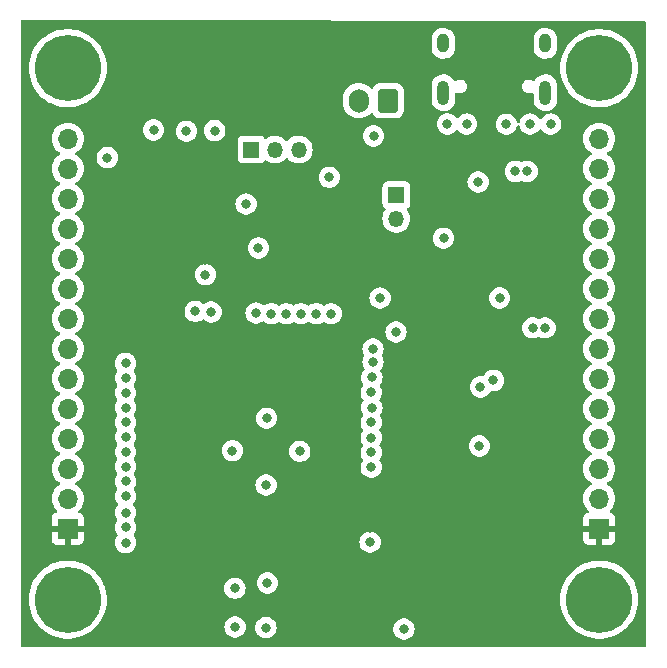
<source format=gbr>
%TF.GenerationSoftware,KiCad,Pcbnew,7.0.11*%
%TF.CreationDate,2024-04-21T20:12:22+02:00*%
%TF.ProjectId,cyberboard,63796265-7262-46f6-9172-642e6b696361,rev?*%
%TF.SameCoordinates,Original*%
%TF.FileFunction,Copper,L3,Inr*%
%TF.FilePolarity,Positive*%
%FSLAX46Y46*%
G04 Gerber Fmt 4.6, Leading zero omitted, Abs format (unit mm)*
G04 Created by KiCad (PCBNEW 7.0.11) date 2024-04-21 20:12:22*
%MOMM*%
%LPD*%
G01*
G04 APERTURE LIST*
G04 Aperture macros list*
%AMRoundRect*
0 Rectangle with rounded corners*
0 $1 Rounding radius*
0 $2 $3 $4 $5 $6 $7 $8 $9 X,Y pos of 4 corners*
0 Add a 4 corners polygon primitive as box body*
4,1,4,$2,$3,$4,$5,$6,$7,$8,$9,$2,$3,0*
0 Add four circle primitives for the rounded corners*
1,1,$1+$1,$2,$3*
1,1,$1+$1,$4,$5*
1,1,$1+$1,$6,$7*
1,1,$1+$1,$8,$9*
0 Add four rect primitives between the rounded corners*
20,1,$1+$1,$2,$3,$4,$5,0*
20,1,$1+$1,$4,$5,$6,$7,0*
20,1,$1+$1,$6,$7,$8,$9,0*
20,1,$1+$1,$8,$9,$2,$3,0*%
G04 Aperture macros list end*
%TA.AperFunction,ComponentPad*%
%ADD10R,1.700000X1.700000*%
%TD*%
%TA.AperFunction,ComponentPad*%
%ADD11O,1.700000X1.700000*%
%TD*%
%TA.AperFunction,ComponentPad*%
%ADD12C,5.600000*%
%TD*%
%TA.AperFunction,ComponentPad*%
%ADD13R,1.350000X1.350000*%
%TD*%
%TA.AperFunction,ComponentPad*%
%ADD14O,1.350000X1.350000*%
%TD*%
%TA.AperFunction,ComponentPad*%
%ADD15RoundRect,0.250000X0.600000X0.750000X-0.600000X0.750000X-0.600000X-0.750000X0.600000X-0.750000X0*%
%TD*%
%TA.AperFunction,ComponentPad*%
%ADD16O,1.700000X2.000000*%
%TD*%
%TA.AperFunction,ComponentPad*%
%ADD17O,1.000000X2.100000*%
%TD*%
%TA.AperFunction,ComponentPad*%
%ADD18O,1.000000X1.600000*%
%TD*%
%TA.AperFunction,ViaPad*%
%ADD19C,0.800000*%
%TD*%
G04 APERTURE END LIST*
D10*
%TO.N,+3.3V*%
%TO.C,J8*%
X161301000Y-118383002D03*
D11*
%TO.N,GND*%
X161301000Y-115843002D03*
%TO.N,/GPIO1_1*%
X161301000Y-113303002D03*
%TO.N,/GPIO1_2*%
X161301000Y-110763002D03*
%TO.N,/GPIO1_3*%
X161301000Y-108223002D03*
%TO.N,/GPIO1_4*%
X161301000Y-105683002D03*
%TO.N,/GPIO1_5*%
X161301000Y-103143002D03*
%TO.N,/GPIO1_6*%
X161301000Y-100603002D03*
%TO.N,/GPIO1_7*%
X161301000Y-98063002D03*
%TO.N,/GPIO1_8*%
X161301000Y-95523002D03*
%TO.N,/GPIO1_9*%
X161301000Y-92983002D03*
%TO.N,/GPIO1_10*%
X161301000Y-90443002D03*
%TO.N,GND*%
X161301000Y-87903002D03*
%TO.N,+5V*%
X161301000Y-85363002D03*
%TD*%
D12*
%TO.N,GND*%
%TO.C,H4*%
X116301000Y-124383002D03*
%TD*%
D13*
%TO.N,/Power/5V_PDB*%
%TO.C,JP1*%
X131851000Y-86283002D03*
D14*
%TO.N,+5V*%
X133851000Y-86283002D03*
%TO.N,/Power/5V_USB*%
X135851000Y-86283002D03*
%TD*%
D15*
%TO.N,Net-(J1-Pin_1)*%
%TO.C,J1*%
X143423000Y-82139002D03*
D16*
%TO.N,Net-(J1-Pin_2)*%
X140923000Y-82139002D03*
%TD*%
D10*
%TO.N,+3.3V*%
%TO.C,J4*%
X116301000Y-118383002D03*
D11*
%TO.N,GND*%
X116301000Y-115843002D03*
%TO.N,/GPIO2_1*%
X116301000Y-113303002D03*
%TO.N,/GPIO2_2*%
X116301000Y-110763002D03*
%TO.N,/GPIO2_3*%
X116301000Y-108223002D03*
%TO.N,/GPIO2_4*%
X116301000Y-105683002D03*
%TO.N,/GPIO2_5*%
X116301000Y-103143002D03*
%TO.N,/GPIO2_6*%
X116301000Y-100603002D03*
%TO.N,/GPIO2_7*%
X116301000Y-98063002D03*
%TO.N,/GPIO2_8*%
X116301000Y-95523002D03*
%TO.N,/GPIO2_9*%
X116301000Y-92983002D03*
%TO.N,/GPIO2_10*%
X116301000Y-90443002D03*
%TO.N,GND*%
X116301000Y-87903002D03*
%TO.N,+5V*%
X116301000Y-85363002D03*
%TD*%
D13*
%TO.N,Net-(JP3-A)*%
%TO.C,JP3*%
X144123000Y-90139002D03*
D14*
%TO.N,Net-(J1-Pin_1)*%
X144123000Y-92139002D03*
%TD*%
D12*
%TO.N,GND*%
%TO.C,H2*%
X161301000Y-124383002D03*
%TD*%
%TO.N,GND*%
%TO.C,H3*%
X161301000Y-79383002D03*
%TD*%
%TO.N,GND*%
%TO.C,H1*%
X116301000Y-79383002D03*
%TD*%
D17*
%TO.N,GND*%
%TO.C,J2*%
X156743000Y-81469002D03*
D18*
X156743000Y-77289002D03*
D17*
X148103000Y-81469002D03*
D18*
X148103000Y-77289002D03*
%TD*%
D19*
%TO.N,GND*%
X133096000Y-114681750D03*
X130246000Y-111781750D03*
X133146000Y-109031750D03*
X142196000Y-85131750D03*
X132446000Y-94631750D03*
X127946000Y-96881750D03*
X154196000Y-88131750D03*
X148446000Y-84131750D03*
%TO.N,/USB_P*%
X155671000Y-101381750D03*
%TO.N,/USB_N*%
X156721000Y-101381750D03*
%TO.N,+3.3V*%
X127946000Y-95631750D03*
%TO.N,/GPIO2_1*%
X121196000Y-115631750D03*
%TO.N,/GPIO2_2*%
X121196000Y-114381750D03*
%TO.N,/GPIO2_3*%
X121196000Y-113131750D03*
%TO.N,/GPIO2_4*%
X121196000Y-111881750D03*
%TO.N,/GPIO2_5*%
X121196000Y-110631750D03*
%TO.N,/GPIO2_6*%
X121196000Y-109381750D03*
%TO.N,/GPIO2_7*%
X121196000Y-108131750D03*
%TO.N,/GPIO2_8*%
X121196000Y-106881750D03*
%TO.N,/GPIO2_9*%
X121196000Y-105631750D03*
%TO.N,/GPIO2_10*%
X121196000Y-104381750D03*
%TO.N,GND*%
X133081000Y-126753002D03*
X121196000Y-119559002D03*
X138446000Y-88631750D03*
X141896000Y-119531750D03*
X151246000Y-106381750D03*
X148123000Y-93789002D03*
X131401000Y-90904002D03*
X119643000Y-86963002D03*
X151146000Y-111381750D03*
X130471000Y-126703002D03*
X157196000Y-84131750D03*
X144096000Y-101731750D03*
X144761000Y-126878002D03*
X135946000Y-111831750D03*
X151051000Y-89033002D03*
X123573000Y-84633002D03*
%TO.N,+3.3V*%
X154223000Y-95839002D03*
X119643000Y-88763002D03*
X121891000Y-123123002D03*
X156651000Y-115950498D03*
X144981000Y-95753002D03*
X151246000Y-108381750D03*
X155128000Y-121157750D03*
X141873000Y-118289002D03*
X149201000Y-89033002D03*
X148378000Y-121007750D03*
%TO.N,/GPIO_LED*%
X130446000Y-123431750D03*
X121196000Y-118281750D03*
%TO.N,/Power/5V_USB*%
X155446000Y-84131750D03*
X153431480Y-84142082D03*
X150081874Y-84131750D03*
%TO.N,/Power/5V_PDB*%
X155196000Y-88131750D03*
%TO.N,/GPIO_ACTION*%
X133196000Y-122981750D03*
X121196000Y-117031750D03*
%TO.N,/IMU_CS*%
X141996000Y-106831750D03*
X152346000Y-105831750D03*
%TO.N,/USB_P*%
X142146000Y-103158002D03*
%TO.N,/USB_N*%
X142146000Y-104281750D03*
%TO.N,/I2C_SCL*%
X128446000Y-100031750D03*
X128751000Y-84683002D03*
%TO.N,/I2C_SDA*%
X126351000Y-84733002D03*
X127096000Y-99981750D03*
%TO.N,/GPIO1_1*%
X141996000Y-113181750D03*
%TO.N,/GPIO1_2*%
X141996000Y-111931750D03*
%TO.N,/GPIO1_3*%
X141996000Y-110681750D03*
%TO.N,/GPIO1_4*%
X141996000Y-109381750D03*
%TO.N,/IMU_SDA*%
X142751000Y-98863002D03*
X137346000Y-100181750D03*
%TO.N,/IMU_SCL*%
X152871000Y-98853002D03*
X138596000Y-100181750D03*
%TO.N,/GPIO1_5*%
X142046000Y-108131750D03*
%TO.N,/GPIO1_6*%
X142046000Y-105581750D03*
%TO.N,/GPIO1_7*%
X136046000Y-100181750D03*
%TO.N,/GPIO1_8*%
X134796000Y-100181750D03*
%TO.N,/GPIO1_9*%
X133546000Y-100181750D03*
%TO.N,/GPIO1_10*%
X132246000Y-100131750D03*
%TD*%
%TA.AperFunction,Conductor*%
%TO.N,+3.3V*%
G36*
X165177213Y-75432791D02*
G01*
X165244217Y-75452590D01*
X165289882Y-75505471D01*
X165301000Y-75556791D01*
X165301000Y-128259118D01*
X165281315Y-128326157D01*
X165228511Y-128371912D01*
X165177117Y-128383118D01*
X112445093Y-128432884D01*
X112378035Y-128413263D01*
X112332230Y-128360502D01*
X112320976Y-128308909D01*
X112320237Y-124383004D01*
X112995652Y-124383004D01*
X113015028Y-124740370D01*
X113015029Y-124740387D01*
X113072926Y-125093541D01*
X113072932Y-125093567D01*
X113168672Y-125438394D01*
X113168674Y-125438401D01*
X113301142Y-125770872D01*
X113301151Y-125770890D01*
X113468784Y-126087079D01*
X113468787Y-126087084D01*
X113468789Y-126087087D01*
X113548813Y-126205114D01*
X113669634Y-126383311D01*
X113669641Y-126383321D01*
X113781275Y-126514746D01*
X113901332Y-126656088D01*
X114161163Y-126902213D01*
X114446081Y-127118802D01*
X114752747Y-127303317D01*
X114752749Y-127303318D01*
X114752751Y-127303319D01*
X114752755Y-127303321D01*
X115077552Y-127453587D01*
X115077565Y-127453593D01*
X115416726Y-127567870D01*
X115766254Y-127644807D01*
X116122052Y-127683502D01*
X116122058Y-127683502D01*
X116479942Y-127683502D01*
X116479948Y-127683502D01*
X116835746Y-127644807D01*
X117185274Y-127567870D01*
X117524435Y-127453593D01*
X117849253Y-127303317D01*
X118155919Y-127118802D01*
X118440837Y-126902213D01*
X118651141Y-126703002D01*
X129565540Y-126703002D01*
X129585326Y-126891258D01*
X129585327Y-126891261D01*
X129643818Y-127071279D01*
X129643821Y-127071286D01*
X129738467Y-127235218D01*
X129865129Y-127375890D01*
X130018265Y-127487150D01*
X130018270Y-127487153D01*
X130191192Y-127564144D01*
X130191197Y-127564146D01*
X130376354Y-127603502D01*
X130376355Y-127603502D01*
X130565644Y-127603502D01*
X130565646Y-127603502D01*
X130750803Y-127564146D01*
X130923730Y-127487153D01*
X131076871Y-127375890D01*
X131203533Y-127235218D01*
X131298179Y-127071286D01*
X131356674Y-126891258D01*
X131371205Y-126753002D01*
X132175540Y-126753002D01*
X132195326Y-126941258D01*
X132195327Y-126941261D01*
X132253818Y-127121279D01*
X132253821Y-127121286D01*
X132348467Y-127285218D01*
X132430109Y-127375890D01*
X132475129Y-127425890D01*
X132628265Y-127537150D01*
X132628270Y-127537153D01*
X132801192Y-127614144D01*
X132801197Y-127614146D01*
X132986354Y-127653502D01*
X132986355Y-127653502D01*
X133175644Y-127653502D01*
X133175646Y-127653502D01*
X133360803Y-127614146D01*
X133533730Y-127537153D01*
X133686871Y-127425890D01*
X133813533Y-127285218D01*
X133908179Y-127121286D01*
X133966674Y-126941258D01*
X133973322Y-126878002D01*
X143855540Y-126878002D01*
X143875326Y-127066258D01*
X143875327Y-127066261D01*
X143933818Y-127246279D01*
X143933821Y-127246286D01*
X144028467Y-127410218D01*
X144097737Y-127487150D01*
X144155129Y-127550890D01*
X144308265Y-127662150D01*
X144308270Y-127662153D01*
X144481192Y-127739144D01*
X144481197Y-127739146D01*
X144666354Y-127778502D01*
X144666355Y-127778502D01*
X144855644Y-127778502D01*
X144855646Y-127778502D01*
X145040803Y-127739146D01*
X145213730Y-127662153D01*
X145366871Y-127550890D01*
X145493533Y-127410218D01*
X145588179Y-127246286D01*
X145646674Y-127066258D01*
X145666460Y-126878002D01*
X145646674Y-126689746D01*
X145588179Y-126509718D01*
X145493533Y-126345786D01*
X145366871Y-126205114D01*
X145319624Y-126170787D01*
X145213734Y-126093853D01*
X145213729Y-126093850D01*
X145040807Y-126016859D01*
X145040802Y-126016857D01*
X144895001Y-125985867D01*
X144855646Y-125977502D01*
X144666354Y-125977502D01*
X144633897Y-125984400D01*
X144481197Y-126016857D01*
X144481192Y-126016859D01*
X144308270Y-126093850D01*
X144308265Y-126093853D01*
X144155129Y-126205113D01*
X144028466Y-126345787D01*
X143933821Y-126509717D01*
X143933818Y-126509724D01*
X143886262Y-126656088D01*
X143875326Y-126689746D01*
X143855540Y-126878002D01*
X133973322Y-126878002D01*
X133986460Y-126753002D01*
X133966674Y-126564746D01*
X133908179Y-126384718D01*
X133813533Y-126220786D01*
X133686871Y-126080114D01*
X133618052Y-126030114D01*
X133533734Y-125968853D01*
X133533729Y-125968850D01*
X133360807Y-125891859D01*
X133360802Y-125891857D01*
X133215001Y-125860867D01*
X133175646Y-125852502D01*
X132986354Y-125852502D01*
X132953897Y-125859400D01*
X132801197Y-125891857D01*
X132801192Y-125891859D01*
X132628270Y-125968850D01*
X132628265Y-125968853D01*
X132475129Y-126080113D01*
X132348466Y-126220787D01*
X132253821Y-126384717D01*
X132253818Y-126384724D01*
X132211573Y-126514742D01*
X132195326Y-126564746D01*
X132175540Y-126753002D01*
X131371205Y-126753002D01*
X131376460Y-126703002D01*
X131356674Y-126514746D01*
X131298179Y-126334718D01*
X131203533Y-126170786D01*
X131076871Y-126030114D01*
X131058626Y-126016858D01*
X130923734Y-125918853D01*
X130923729Y-125918850D01*
X130750807Y-125841859D01*
X130750802Y-125841857D01*
X130605001Y-125810867D01*
X130565646Y-125802502D01*
X130376354Y-125802502D01*
X130343897Y-125809400D01*
X130191197Y-125841857D01*
X130191192Y-125841859D01*
X130018270Y-125918850D01*
X130018265Y-125918853D01*
X129865129Y-126030113D01*
X129738466Y-126170787D01*
X129643821Y-126334717D01*
X129643818Y-126334724D01*
X129585327Y-126514742D01*
X129585326Y-126514746D01*
X129565540Y-126703002D01*
X118651141Y-126703002D01*
X118700668Y-126656088D01*
X118932365Y-126383313D01*
X119133211Y-126087087D01*
X119300853Y-125770882D01*
X119433324Y-125438405D01*
X119529071Y-125093554D01*
X119586972Y-124740373D01*
X119606348Y-124383004D01*
X157995652Y-124383004D01*
X158015028Y-124740370D01*
X158015029Y-124740387D01*
X158072926Y-125093541D01*
X158072932Y-125093567D01*
X158168672Y-125438394D01*
X158168674Y-125438401D01*
X158301142Y-125770872D01*
X158301151Y-125770890D01*
X158468784Y-126087079D01*
X158468787Y-126087084D01*
X158468789Y-126087087D01*
X158548813Y-126205114D01*
X158669634Y-126383311D01*
X158669641Y-126383321D01*
X158781275Y-126514746D01*
X158901332Y-126656088D01*
X159161163Y-126902213D01*
X159446081Y-127118802D01*
X159752747Y-127303317D01*
X159752749Y-127303318D01*
X159752751Y-127303319D01*
X159752755Y-127303321D01*
X160077552Y-127453587D01*
X160077565Y-127453593D01*
X160416726Y-127567870D01*
X160766254Y-127644807D01*
X161122052Y-127683502D01*
X161122058Y-127683502D01*
X161479942Y-127683502D01*
X161479948Y-127683502D01*
X161835746Y-127644807D01*
X162185274Y-127567870D01*
X162524435Y-127453593D01*
X162849253Y-127303317D01*
X163155919Y-127118802D01*
X163440837Y-126902213D01*
X163700668Y-126656088D01*
X163932365Y-126383313D01*
X164133211Y-126087087D01*
X164300853Y-125770882D01*
X164433324Y-125438405D01*
X164529071Y-125093554D01*
X164586972Y-124740373D01*
X164606348Y-124383002D01*
X164586972Y-124025631D01*
X164576862Y-123963964D01*
X164529073Y-123672462D01*
X164529072Y-123672461D01*
X164529071Y-123672450D01*
X164433324Y-123327599D01*
X164328084Y-123063466D01*
X164300857Y-122995131D01*
X164300848Y-122995113D01*
X164293763Y-122981750D01*
X164133211Y-122678917D01*
X163932365Y-122382691D01*
X163932361Y-122382686D01*
X163932358Y-122382682D01*
X163700668Y-122109916D01*
X163670406Y-122081250D01*
X163440837Y-121863791D01*
X163440830Y-121863785D01*
X163440827Y-121863783D01*
X163373245Y-121812409D01*
X163155919Y-121647202D01*
X162849253Y-121462687D01*
X162849252Y-121462686D01*
X162849248Y-121462684D01*
X162849244Y-121462682D01*
X162524447Y-121312416D01*
X162524441Y-121312413D01*
X162524435Y-121312411D01*
X162354854Y-121255272D01*
X162185273Y-121198133D01*
X161835744Y-121121196D01*
X161479949Y-121082502D01*
X161479948Y-121082502D01*
X161122052Y-121082502D01*
X161122050Y-121082502D01*
X160766255Y-121121196D01*
X160416726Y-121198133D01*
X160160970Y-121284308D01*
X160077565Y-121312411D01*
X160077563Y-121312412D01*
X160077552Y-121312416D01*
X159752755Y-121462682D01*
X159752751Y-121462684D01*
X159524367Y-121600098D01*
X159446081Y-121647202D01*
X159357768Y-121714335D01*
X159161172Y-121863783D01*
X159161163Y-121863791D01*
X158901331Y-122109916D01*
X158669641Y-122382682D01*
X158669634Y-122382692D01*
X158468790Y-122678915D01*
X158468784Y-122678924D01*
X158301151Y-122995113D01*
X158301142Y-122995131D01*
X158168674Y-123327602D01*
X158168672Y-123327609D01*
X158072932Y-123672436D01*
X158072926Y-123672462D01*
X158015029Y-124025616D01*
X158015028Y-124025633D01*
X157995652Y-124382999D01*
X157995652Y-124383004D01*
X119606348Y-124383004D01*
X119606348Y-124383002D01*
X119586972Y-124025631D01*
X119576862Y-123963964D01*
X119529073Y-123672462D01*
X119529072Y-123672461D01*
X119529071Y-123672450D01*
X119462241Y-123431750D01*
X129540540Y-123431750D01*
X129560326Y-123620006D01*
X129560327Y-123620009D01*
X129618818Y-123800027D01*
X129618821Y-123800034D01*
X129713467Y-123963966D01*
X129840129Y-124104638D01*
X129993265Y-124215898D01*
X129993270Y-124215901D01*
X130166192Y-124292892D01*
X130166197Y-124292894D01*
X130351354Y-124332250D01*
X130351355Y-124332250D01*
X130540644Y-124332250D01*
X130540646Y-124332250D01*
X130725803Y-124292894D01*
X130898730Y-124215901D01*
X131051871Y-124104638D01*
X131178533Y-123963966D01*
X131273179Y-123800034D01*
X131331674Y-123620006D01*
X131351460Y-123431750D01*
X131331674Y-123243494D01*
X131273179Y-123063466D01*
X131226000Y-122981750D01*
X132290540Y-122981750D01*
X132310326Y-123170006D01*
X132310327Y-123170009D01*
X132368818Y-123350027D01*
X132368821Y-123350034D01*
X132463467Y-123513966D01*
X132558946Y-123620006D01*
X132590129Y-123654638D01*
X132743265Y-123765898D01*
X132743270Y-123765901D01*
X132916192Y-123842892D01*
X132916197Y-123842894D01*
X133101354Y-123882250D01*
X133101355Y-123882250D01*
X133290644Y-123882250D01*
X133290646Y-123882250D01*
X133475803Y-123842894D01*
X133648730Y-123765901D01*
X133801871Y-123654638D01*
X133928533Y-123513966D01*
X134023179Y-123350034D01*
X134081674Y-123170006D01*
X134101460Y-122981750D01*
X134081674Y-122793494D01*
X134023179Y-122613466D01*
X133928533Y-122449534D01*
X133801871Y-122308862D01*
X133801870Y-122308861D01*
X133648734Y-122197601D01*
X133648729Y-122197598D01*
X133475807Y-122120607D01*
X133475802Y-122120605D01*
X133330001Y-122089615D01*
X133290646Y-122081250D01*
X133101354Y-122081250D01*
X133068897Y-122088148D01*
X132916197Y-122120605D01*
X132916192Y-122120607D01*
X132743270Y-122197598D01*
X132743265Y-122197601D01*
X132590129Y-122308861D01*
X132463466Y-122449535D01*
X132368821Y-122613465D01*
X132368818Y-122613472D01*
X132310327Y-122793490D01*
X132310326Y-122793494D01*
X132290540Y-122981750D01*
X131226000Y-122981750D01*
X131178533Y-122899534D01*
X131051871Y-122758862D01*
X131051870Y-122758861D01*
X130898734Y-122647601D01*
X130898729Y-122647598D01*
X130725807Y-122570607D01*
X130725802Y-122570605D01*
X130580001Y-122539615D01*
X130540646Y-122531250D01*
X130351354Y-122531250D01*
X130318897Y-122538148D01*
X130166197Y-122570605D01*
X130166192Y-122570607D01*
X129993270Y-122647598D01*
X129993265Y-122647601D01*
X129840129Y-122758861D01*
X129713466Y-122899535D01*
X129618821Y-123063465D01*
X129618818Y-123063472D01*
X129560327Y-123243490D01*
X129560326Y-123243494D01*
X129540540Y-123431750D01*
X119462241Y-123431750D01*
X119433324Y-123327599D01*
X119328084Y-123063466D01*
X119300857Y-122995131D01*
X119300848Y-122995113D01*
X119293763Y-122981750D01*
X119133211Y-122678917D01*
X118932365Y-122382691D01*
X118932361Y-122382686D01*
X118932358Y-122382682D01*
X118700668Y-122109916D01*
X118670406Y-122081250D01*
X118440837Y-121863791D01*
X118440830Y-121863785D01*
X118440827Y-121863783D01*
X118373245Y-121812409D01*
X118155919Y-121647202D01*
X117849253Y-121462687D01*
X117849252Y-121462686D01*
X117849248Y-121462684D01*
X117849244Y-121462682D01*
X117524447Y-121312416D01*
X117524441Y-121312413D01*
X117524435Y-121312411D01*
X117354854Y-121255272D01*
X117185273Y-121198133D01*
X116835744Y-121121196D01*
X116479949Y-121082502D01*
X116479948Y-121082502D01*
X116122052Y-121082502D01*
X116122050Y-121082502D01*
X115766255Y-121121196D01*
X115416726Y-121198133D01*
X115160970Y-121284308D01*
X115077565Y-121312411D01*
X115077563Y-121312412D01*
X115077552Y-121312416D01*
X114752755Y-121462682D01*
X114752751Y-121462684D01*
X114524367Y-121600098D01*
X114446081Y-121647202D01*
X114357768Y-121714335D01*
X114161172Y-121863783D01*
X114161163Y-121863791D01*
X113901331Y-122109916D01*
X113669641Y-122382682D01*
X113669634Y-122382692D01*
X113468790Y-122678915D01*
X113468784Y-122678924D01*
X113301151Y-122995113D01*
X113301142Y-122995131D01*
X113168674Y-123327602D01*
X113168672Y-123327609D01*
X113072932Y-123672436D01*
X113072926Y-123672462D01*
X113015029Y-124025616D01*
X113015028Y-124025633D01*
X112995652Y-124382999D01*
X112995652Y-124383004D01*
X112320237Y-124383004D01*
X112318628Y-115843002D01*
X114945341Y-115843002D01*
X114965936Y-116078405D01*
X114965938Y-116078415D01*
X115027094Y-116306657D01*
X115027096Y-116306661D01*
X115027097Y-116306665D01*
X115117034Y-116499534D01*
X115126965Y-116520832D01*
X115126967Y-116520836D01*
X115226838Y-116663465D01*
X115262501Y-116714398D01*
X115262506Y-116714404D01*
X115384818Y-116836716D01*
X115418303Y-116898039D01*
X115413319Y-116967731D01*
X115371447Y-117023664D01*
X115340471Y-117040579D01*
X115208912Y-117089648D01*
X115208906Y-117089651D01*
X115093812Y-117175811D01*
X115093809Y-117175814D01*
X115007649Y-117290908D01*
X115007645Y-117290915D01*
X114957403Y-117425622D01*
X114957401Y-117425629D01*
X114951000Y-117485157D01*
X114951000Y-118133002D01*
X115867314Y-118133002D01*
X115841507Y-118173158D01*
X115801000Y-118311113D01*
X115801000Y-118454891D01*
X115841507Y-118592846D01*
X115867314Y-118633002D01*
X114951000Y-118633002D01*
X114951000Y-119280846D01*
X114957401Y-119340374D01*
X114957403Y-119340381D01*
X115007645Y-119475088D01*
X115007649Y-119475095D01*
X115093809Y-119590189D01*
X115093812Y-119590192D01*
X115208906Y-119676352D01*
X115208913Y-119676356D01*
X115343620Y-119726598D01*
X115343627Y-119726600D01*
X115403155Y-119733001D01*
X115403172Y-119733002D01*
X116051000Y-119733002D01*
X116051000Y-118818503D01*
X116158685Y-118867682D01*
X116265237Y-118883002D01*
X116336763Y-118883002D01*
X116443315Y-118867682D01*
X116551000Y-118818503D01*
X116551000Y-119733002D01*
X117198828Y-119733002D01*
X117198844Y-119733001D01*
X117258372Y-119726600D01*
X117258379Y-119726598D01*
X117393086Y-119676356D01*
X117393093Y-119676352D01*
X117508187Y-119590192D01*
X117508190Y-119590189D01*
X117531537Y-119559002D01*
X120290540Y-119559002D01*
X120310326Y-119747258D01*
X120310327Y-119747261D01*
X120368818Y-119927279D01*
X120368821Y-119927286D01*
X120463467Y-120091218D01*
X120565591Y-120204638D01*
X120590129Y-120231890D01*
X120743265Y-120343150D01*
X120743270Y-120343153D01*
X120916192Y-120420144D01*
X120916197Y-120420146D01*
X121101354Y-120459502D01*
X121101355Y-120459502D01*
X121290644Y-120459502D01*
X121290646Y-120459502D01*
X121475803Y-120420146D01*
X121648730Y-120343153D01*
X121801871Y-120231890D01*
X121928533Y-120091218D01*
X122023179Y-119927286D01*
X122081674Y-119747258D01*
X122101460Y-119559002D01*
X122098596Y-119531750D01*
X140990540Y-119531750D01*
X141010326Y-119720006D01*
X141010327Y-119720009D01*
X141068818Y-119900027D01*
X141068821Y-119900034D01*
X141163467Y-120063966D01*
X141290129Y-120204638D01*
X141443265Y-120315898D01*
X141443270Y-120315901D01*
X141616192Y-120392892D01*
X141616197Y-120392894D01*
X141801354Y-120432250D01*
X141801355Y-120432250D01*
X141990644Y-120432250D01*
X141990646Y-120432250D01*
X142175803Y-120392894D01*
X142348730Y-120315901D01*
X142501871Y-120204638D01*
X142628533Y-120063966D01*
X142723179Y-119900034D01*
X142781674Y-119720006D01*
X142801460Y-119531750D01*
X142781674Y-119343494D01*
X142723179Y-119163466D01*
X142628533Y-118999534D01*
X142501871Y-118858862D01*
X142472338Y-118837405D01*
X142348734Y-118747601D01*
X142348729Y-118747598D01*
X142175807Y-118670607D01*
X142175802Y-118670605D01*
X142030001Y-118639615D01*
X141990646Y-118631250D01*
X141801354Y-118631250D01*
X141768897Y-118638148D01*
X141616197Y-118670605D01*
X141616192Y-118670607D01*
X141443270Y-118747598D01*
X141443265Y-118747601D01*
X141290129Y-118858861D01*
X141163466Y-118999535D01*
X141068821Y-119163465D01*
X141068818Y-119163472D01*
X141011337Y-119340381D01*
X141010326Y-119343494D01*
X140990540Y-119531750D01*
X122098596Y-119531750D01*
X122081674Y-119370746D01*
X122023179Y-119190718D01*
X121928533Y-119026786D01*
X121907427Y-119003346D01*
X121877199Y-118940357D01*
X121885824Y-118871022D01*
X121907428Y-118837405D01*
X121928533Y-118813966D01*
X122023179Y-118650034D01*
X122081674Y-118470006D01*
X122101460Y-118281750D01*
X122081674Y-118093494D01*
X122023179Y-117913466D01*
X121928533Y-117749534D01*
X121919698Y-117739722D01*
X121889469Y-117676731D01*
X121898093Y-117607396D01*
X121919699Y-117573777D01*
X121928533Y-117563966D01*
X122023179Y-117400034D01*
X122081674Y-117220006D01*
X122101460Y-117031750D01*
X122081674Y-116843494D01*
X122023179Y-116663466D01*
X121928533Y-116499534D01*
X121852165Y-116414719D01*
X121821937Y-116351731D01*
X121830562Y-116282396D01*
X121852162Y-116248783D01*
X121928533Y-116163966D01*
X122023179Y-116000034D01*
X122074202Y-115843002D01*
X159945341Y-115843002D01*
X159965936Y-116078405D01*
X159965938Y-116078415D01*
X160027094Y-116306657D01*
X160027096Y-116306661D01*
X160027097Y-116306665D01*
X160117034Y-116499534D01*
X160126965Y-116520832D01*
X160126967Y-116520836D01*
X160226838Y-116663465D01*
X160262501Y-116714398D01*
X160262506Y-116714404D01*
X160384818Y-116836716D01*
X160418303Y-116898039D01*
X160413319Y-116967731D01*
X160371447Y-117023664D01*
X160340471Y-117040579D01*
X160208912Y-117089648D01*
X160208906Y-117089651D01*
X160093812Y-117175811D01*
X160093809Y-117175814D01*
X160007649Y-117290908D01*
X160007645Y-117290915D01*
X159957403Y-117425622D01*
X159957401Y-117425629D01*
X159951000Y-117485157D01*
X159951000Y-118133002D01*
X160867314Y-118133002D01*
X160841507Y-118173158D01*
X160801000Y-118311113D01*
X160801000Y-118454891D01*
X160841507Y-118592846D01*
X160867314Y-118633002D01*
X159951000Y-118633002D01*
X159951000Y-119280846D01*
X159957401Y-119340374D01*
X159957403Y-119340381D01*
X160007645Y-119475088D01*
X160007649Y-119475095D01*
X160093809Y-119590189D01*
X160093812Y-119590192D01*
X160208906Y-119676352D01*
X160208913Y-119676356D01*
X160343620Y-119726598D01*
X160343627Y-119726600D01*
X160403155Y-119733001D01*
X160403172Y-119733002D01*
X161051000Y-119733002D01*
X161051000Y-118818503D01*
X161158685Y-118867682D01*
X161265237Y-118883002D01*
X161336763Y-118883002D01*
X161443315Y-118867682D01*
X161551000Y-118818503D01*
X161551000Y-119733002D01*
X162198828Y-119733002D01*
X162198844Y-119733001D01*
X162258372Y-119726600D01*
X162258379Y-119726598D01*
X162393086Y-119676356D01*
X162393093Y-119676352D01*
X162508187Y-119590192D01*
X162508190Y-119590189D01*
X162594350Y-119475095D01*
X162594354Y-119475088D01*
X162644596Y-119340381D01*
X162644598Y-119340374D01*
X162650999Y-119280846D01*
X162651000Y-119280829D01*
X162651000Y-118633002D01*
X161734686Y-118633002D01*
X161760493Y-118592846D01*
X161801000Y-118454891D01*
X161801000Y-118311113D01*
X161760493Y-118173158D01*
X161734686Y-118133002D01*
X162651000Y-118133002D01*
X162651000Y-117485174D01*
X162650999Y-117485157D01*
X162644598Y-117425629D01*
X162644596Y-117425622D01*
X162594354Y-117290915D01*
X162594350Y-117290908D01*
X162508190Y-117175814D01*
X162508187Y-117175811D01*
X162393093Y-117089651D01*
X162393088Y-117089648D01*
X162261528Y-117040579D01*
X162205595Y-116998707D01*
X162181178Y-116933243D01*
X162196030Y-116864970D01*
X162217175Y-116836722D01*
X162339495Y-116714403D01*
X162475035Y-116520832D01*
X162574903Y-116306665D01*
X162636063Y-116078410D01*
X162656659Y-115843002D01*
X162636063Y-115607594D01*
X162574903Y-115379339D01*
X162475035Y-115165173D01*
X162429075Y-115099534D01*
X162339494Y-114971599D01*
X162172402Y-114804508D01*
X162172396Y-114804503D01*
X161986842Y-114674577D01*
X161943217Y-114620000D01*
X161936023Y-114550502D01*
X161967546Y-114488147D01*
X161986842Y-114471427D01*
X162009026Y-114455893D01*
X162172401Y-114341497D01*
X162339495Y-114174403D01*
X162475035Y-113980832D01*
X162574903Y-113766665D01*
X162636063Y-113538410D01*
X162656659Y-113303002D01*
X162636063Y-113067594D01*
X162574903Y-112839339D01*
X162475035Y-112625173D01*
X162457084Y-112599535D01*
X162339494Y-112431599D01*
X162172402Y-112264508D01*
X162172396Y-112264503D01*
X161986842Y-112134577D01*
X161943217Y-112080000D01*
X161936023Y-112010502D01*
X161967546Y-111948147D01*
X161986842Y-111931427D01*
X162129195Y-111831750D01*
X162172401Y-111801497D01*
X162339495Y-111634403D01*
X162475035Y-111440832D01*
X162574903Y-111226665D01*
X162636063Y-110998410D01*
X162656659Y-110763002D01*
X162636063Y-110527594D01*
X162574903Y-110299339D01*
X162475035Y-110085173D01*
X162472188Y-110081106D01*
X162339494Y-109891599D01*
X162172402Y-109724508D01*
X162172396Y-109724503D01*
X161986842Y-109594577D01*
X161943217Y-109540000D01*
X161936023Y-109470502D01*
X161967546Y-109408147D01*
X161986842Y-109391427D01*
X162009026Y-109375893D01*
X162172401Y-109261497D01*
X162339495Y-109094403D01*
X162475035Y-108900832D01*
X162574903Y-108686665D01*
X162636063Y-108458410D01*
X162656659Y-108223002D01*
X162636063Y-107987594D01*
X162589626Y-107814287D01*
X162574905Y-107759346D01*
X162574904Y-107759345D01*
X162574903Y-107759339D01*
X162475035Y-107545173D01*
X162469283Y-107536957D01*
X162339494Y-107351599D01*
X162172402Y-107184508D01*
X162172396Y-107184503D01*
X161986842Y-107054577D01*
X161943217Y-107000000D01*
X161936023Y-106930502D01*
X161967546Y-106868147D01*
X161986842Y-106851427D01*
X162014944Y-106831750D01*
X162172401Y-106721497D01*
X162339495Y-106554403D01*
X162475035Y-106360832D01*
X162574903Y-106146665D01*
X162636063Y-105918410D01*
X162656659Y-105683002D01*
X162636063Y-105447594D01*
X162574903Y-105219339D01*
X162475035Y-105005173D01*
X162462152Y-104986773D01*
X162339494Y-104811599D01*
X162172402Y-104644508D01*
X162172396Y-104644503D01*
X161986842Y-104514577D01*
X161943217Y-104460000D01*
X161936023Y-104390502D01*
X161967546Y-104328147D01*
X161986842Y-104311427D01*
X162029225Y-104281750D01*
X162172401Y-104181497D01*
X162339495Y-104014403D01*
X162475035Y-103820832D01*
X162574903Y-103606665D01*
X162636063Y-103378410D01*
X162656659Y-103143002D01*
X162636063Y-102907594D01*
X162574903Y-102679339D01*
X162475035Y-102465173D01*
X162432649Y-102404638D01*
X162339494Y-102271599D01*
X162172402Y-102104508D01*
X162172396Y-102104503D01*
X161986842Y-101974577D01*
X161943217Y-101920000D01*
X161936023Y-101850502D01*
X161967546Y-101788147D01*
X161986842Y-101771427D01*
X162043506Y-101731750D01*
X162172401Y-101641497D01*
X162339495Y-101474403D01*
X162475035Y-101280832D01*
X162574903Y-101066665D01*
X162636063Y-100838410D01*
X162656659Y-100603002D01*
X162656226Y-100598058D01*
X162638901Y-100400034D01*
X162636063Y-100367594D01*
X162574903Y-100139339D01*
X162475035Y-99925173D01*
X162417841Y-99843490D01*
X162339494Y-99731599D01*
X162172402Y-99564508D01*
X162172396Y-99564503D01*
X161986842Y-99434577D01*
X161943217Y-99380000D01*
X161936023Y-99310502D01*
X161967546Y-99248147D01*
X161986842Y-99231427D01*
X162073703Y-99170606D01*
X162172401Y-99101497D01*
X162339495Y-98934403D01*
X162475035Y-98740832D01*
X162574903Y-98526665D01*
X162636063Y-98298410D01*
X162656659Y-98063002D01*
X162636063Y-97827594D01*
X162574903Y-97599339D01*
X162475035Y-97385173D01*
X162380406Y-97250027D01*
X162339494Y-97191599D01*
X162172402Y-97024508D01*
X162172396Y-97024503D01*
X161986842Y-96894577D01*
X161943217Y-96840000D01*
X161936023Y-96770502D01*
X161967546Y-96708147D01*
X161986842Y-96691427D01*
X162009026Y-96675893D01*
X162172401Y-96561497D01*
X162339495Y-96394403D01*
X162475035Y-96200832D01*
X162574903Y-95986665D01*
X162636063Y-95758410D01*
X162656659Y-95523002D01*
X162636063Y-95287594D01*
X162574903Y-95059339D01*
X162475035Y-94845173D01*
X162366034Y-94689502D01*
X162339494Y-94651599D01*
X162172402Y-94484508D01*
X162172396Y-94484503D01*
X161986842Y-94354577D01*
X161943217Y-94300000D01*
X161936023Y-94230502D01*
X161967546Y-94168147D01*
X161986842Y-94151427D01*
X162060951Y-94099535D01*
X162172401Y-94021497D01*
X162339495Y-93854403D01*
X162475035Y-93660832D01*
X162574903Y-93446665D01*
X162636063Y-93218410D01*
X162656659Y-92983002D01*
X162636063Y-92747594D01*
X162574903Y-92519339D01*
X162475035Y-92305173D01*
X162358682Y-92139002D01*
X162339494Y-92111599D01*
X162172402Y-91944508D01*
X162172396Y-91944503D01*
X161986842Y-91814577D01*
X161943217Y-91760000D01*
X161936023Y-91690502D01*
X161967546Y-91628147D01*
X161986842Y-91611427D01*
X162036166Y-91576890D01*
X162172401Y-91481497D01*
X162339495Y-91314403D01*
X162475035Y-91120832D01*
X162574903Y-90906665D01*
X162636063Y-90678410D01*
X162656659Y-90443002D01*
X162636063Y-90207594D01*
X162574903Y-89979339D01*
X162475035Y-89765173D01*
X162339495Y-89571601D01*
X162339494Y-89571599D01*
X162172402Y-89404508D01*
X162172396Y-89404503D01*
X161986842Y-89274577D01*
X161943217Y-89220000D01*
X161936023Y-89150502D01*
X161967546Y-89088147D01*
X161986842Y-89071427D01*
X162059996Y-89020204D01*
X162172401Y-88941497D01*
X162339495Y-88774403D01*
X162475035Y-88580832D01*
X162574903Y-88366665D01*
X162636063Y-88138410D01*
X162656659Y-87903002D01*
X162636063Y-87667594D01*
X162574903Y-87439339D01*
X162475035Y-87225173D01*
X162474981Y-87225095D01*
X162339494Y-87031599D01*
X162172402Y-86864508D01*
X162172396Y-86864503D01*
X161986842Y-86734577D01*
X161943217Y-86680000D01*
X161936023Y-86610502D01*
X161967546Y-86548147D01*
X161986842Y-86531427D01*
X162031831Y-86499925D01*
X162172401Y-86401497D01*
X162339495Y-86234403D01*
X162475035Y-86040832D01*
X162574903Y-85826665D01*
X162636063Y-85598410D01*
X162656659Y-85363002D01*
X162636063Y-85127594D01*
X162574903Y-84899339D01*
X162475035Y-84685173D01*
X162467421Y-84674298D01*
X162339494Y-84491599D01*
X162172402Y-84324508D01*
X162172395Y-84324503D01*
X162171655Y-84323985D01*
X162095424Y-84270607D01*
X161978834Y-84188969D01*
X161978830Y-84188967D01*
X161896953Y-84150787D01*
X161764663Y-84089099D01*
X161764659Y-84089098D01*
X161764655Y-84089096D01*
X161536413Y-84027940D01*
X161536403Y-84027938D01*
X161301001Y-84007343D01*
X161300999Y-84007343D01*
X161065596Y-84027938D01*
X161065586Y-84027940D01*
X160837344Y-84089096D01*
X160837335Y-84089100D01*
X160623171Y-84188966D01*
X160623169Y-84188967D01*
X160429597Y-84324507D01*
X160262505Y-84491599D01*
X160126965Y-84685171D01*
X160126964Y-84685173D01*
X160027098Y-84899337D01*
X160027094Y-84899346D01*
X159965938Y-85127588D01*
X159965936Y-85127598D01*
X159945341Y-85363001D01*
X159945341Y-85363002D01*
X159965936Y-85598405D01*
X159965938Y-85598415D01*
X160027094Y-85826657D01*
X160027096Y-85826661D01*
X160027097Y-85826665D01*
X160068707Y-85915898D01*
X160126965Y-86040832D01*
X160126967Y-86040836D01*
X160262501Y-86234397D01*
X160262506Y-86234404D01*
X160429597Y-86401495D01*
X160429603Y-86401500D01*
X160615158Y-86531427D01*
X160658783Y-86586004D01*
X160665977Y-86655502D01*
X160634454Y-86717857D01*
X160615158Y-86734577D01*
X160429597Y-86864507D01*
X160262505Y-87031599D01*
X160126965Y-87225171D01*
X160126964Y-87225173D01*
X160027098Y-87439337D01*
X160027094Y-87439346D01*
X159965938Y-87667588D01*
X159965936Y-87667598D01*
X159945341Y-87903001D01*
X159945341Y-87903002D01*
X159965936Y-88138405D01*
X159965938Y-88138415D01*
X160027094Y-88366657D01*
X160027096Y-88366661D01*
X160027097Y-88366665D01*
X160062923Y-88443494D01*
X160126965Y-88580832D01*
X160126967Y-88580836D01*
X160262501Y-88774397D01*
X160262506Y-88774404D01*
X160429597Y-88941495D01*
X160429603Y-88941500D01*
X160615158Y-89071427D01*
X160658783Y-89126004D01*
X160665977Y-89195502D01*
X160634454Y-89257857D01*
X160615158Y-89274577D01*
X160429597Y-89404507D01*
X160262505Y-89571599D01*
X160126965Y-89765171D01*
X160126964Y-89765173D01*
X160027098Y-89979337D01*
X160027094Y-89979346D01*
X159965938Y-90207588D01*
X159965936Y-90207598D01*
X159945341Y-90443001D01*
X159945341Y-90443002D01*
X159965936Y-90678405D01*
X159965938Y-90678415D01*
X160027094Y-90906657D01*
X160027096Y-90906661D01*
X160027097Y-90906665D01*
X160113641Y-91092258D01*
X160126965Y-91120832D01*
X160126967Y-91120836D01*
X160162477Y-91171549D01*
X160246537Y-91291599D01*
X160262501Y-91314397D01*
X160262506Y-91314404D01*
X160429597Y-91481495D01*
X160429603Y-91481500D01*
X160615158Y-91611427D01*
X160658783Y-91666004D01*
X160665977Y-91735502D01*
X160634454Y-91797857D01*
X160615158Y-91814577D01*
X160429597Y-91944507D01*
X160262505Y-92111599D01*
X160126965Y-92305171D01*
X160126964Y-92305173D01*
X160027098Y-92519337D01*
X160027094Y-92519346D01*
X159965938Y-92747588D01*
X159965936Y-92747598D01*
X159945341Y-92983001D01*
X159945341Y-92983002D01*
X159965936Y-93218405D01*
X159965938Y-93218415D01*
X160027094Y-93446657D01*
X160027096Y-93446661D01*
X160027097Y-93446665D01*
X160126965Y-93660832D01*
X160126967Y-93660836D01*
X160262501Y-93854397D01*
X160262506Y-93854404D01*
X160429597Y-94021495D01*
X160429603Y-94021500D01*
X160615158Y-94151427D01*
X160658783Y-94206004D01*
X160665977Y-94275502D01*
X160634454Y-94337857D01*
X160615158Y-94354577D01*
X160429597Y-94484507D01*
X160262505Y-94651599D01*
X160126965Y-94845171D01*
X160126964Y-94845173D01*
X160027098Y-95059337D01*
X160027094Y-95059346D01*
X159965938Y-95287588D01*
X159965936Y-95287598D01*
X159945341Y-95523001D01*
X159945341Y-95523002D01*
X159965936Y-95758405D01*
X159965938Y-95758415D01*
X160027094Y-95986657D01*
X160027096Y-95986661D01*
X160027097Y-95986665D01*
X160126965Y-96200832D01*
X160126967Y-96200836D01*
X160262501Y-96394397D01*
X160262506Y-96394404D01*
X160429597Y-96561495D01*
X160429603Y-96561500D01*
X160615158Y-96691427D01*
X160658783Y-96746004D01*
X160665977Y-96815502D01*
X160634454Y-96877857D01*
X160615158Y-96894577D01*
X160429597Y-97024507D01*
X160262505Y-97191599D01*
X160126965Y-97385171D01*
X160126964Y-97385173D01*
X160027098Y-97599337D01*
X160027094Y-97599346D01*
X159965938Y-97827588D01*
X159965936Y-97827598D01*
X159945341Y-98063001D01*
X159945341Y-98063002D01*
X159965936Y-98298405D01*
X159965938Y-98298415D01*
X160027094Y-98526657D01*
X160027096Y-98526661D01*
X160027097Y-98526665D01*
X160096147Y-98674742D01*
X160126965Y-98740832D01*
X160126967Y-98740836D01*
X160262501Y-98934397D01*
X160262506Y-98934404D01*
X160429597Y-99101495D01*
X160429603Y-99101500D01*
X160615158Y-99231427D01*
X160658783Y-99286004D01*
X160665977Y-99355502D01*
X160634454Y-99417857D01*
X160615158Y-99434577D01*
X160429597Y-99564507D01*
X160262505Y-99731599D01*
X160126965Y-99925171D01*
X160126964Y-99925173D01*
X160027098Y-100139337D01*
X160027094Y-100139346D01*
X159965938Y-100367588D01*
X159965936Y-100367598D01*
X159945341Y-100603001D01*
X159945341Y-100603002D01*
X159965936Y-100838405D01*
X159965938Y-100838415D01*
X160027094Y-101066657D01*
X160027096Y-101066661D01*
X160027097Y-101066665D01*
X160126965Y-101280832D01*
X160126967Y-101280836D01*
X160262501Y-101474397D01*
X160262506Y-101474404D01*
X160429597Y-101641495D01*
X160429603Y-101641500D01*
X160615158Y-101771427D01*
X160658783Y-101826004D01*
X160665977Y-101895502D01*
X160634454Y-101957857D01*
X160615158Y-101974577D01*
X160429597Y-102104507D01*
X160262505Y-102271599D01*
X160126965Y-102465171D01*
X160126964Y-102465173D01*
X160027098Y-102679337D01*
X160027094Y-102679346D01*
X159965938Y-102907588D01*
X159965936Y-102907598D01*
X159945341Y-103143001D01*
X159945341Y-103143002D01*
X159965936Y-103378405D01*
X159965938Y-103378415D01*
X160027094Y-103606657D01*
X160027096Y-103606661D01*
X160027097Y-103606665D01*
X160126965Y-103820832D01*
X160126967Y-103820836D01*
X160262501Y-104014397D01*
X160262506Y-104014404D01*
X160429597Y-104181495D01*
X160429603Y-104181500D01*
X160615158Y-104311427D01*
X160658783Y-104366004D01*
X160665977Y-104435502D01*
X160634454Y-104497857D01*
X160615158Y-104514577D01*
X160429597Y-104644507D01*
X160262505Y-104811599D01*
X160126965Y-105005171D01*
X160126964Y-105005173D01*
X160027098Y-105219337D01*
X160027094Y-105219346D01*
X159965938Y-105447588D01*
X159965936Y-105447598D01*
X159945341Y-105683001D01*
X159945341Y-105683002D01*
X159965936Y-105918405D01*
X159965938Y-105918415D01*
X160027094Y-106146657D01*
X160027096Y-106146661D01*
X160027097Y-106146665D01*
X160098381Y-106299534D01*
X160126965Y-106360832D01*
X160126967Y-106360836D01*
X160262501Y-106554397D01*
X160262506Y-106554404D01*
X160429597Y-106721495D01*
X160429603Y-106721500D01*
X160615158Y-106851427D01*
X160658783Y-106906004D01*
X160665977Y-106975502D01*
X160634454Y-107037857D01*
X160615158Y-107054577D01*
X160429597Y-107184507D01*
X160262505Y-107351599D01*
X160126965Y-107545171D01*
X160126964Y-107545173D01*
X160027098Y-107759337D01*
X160027094Y-107759346D01*
X159965938Y-107987588D01*
X159965936Y-107987598D01*
X159945341Y-108223001D01*
X159945341Y-108223002D01*
X159965936Y-108458405D01*
X159965938Y-108458415D01*
X160027094Y-108686657D01*
X160027096Y-108686661D01*
X160027097Y-108686665D01*
X160103044Y-108849534D01*
X160126965Y-108900832D01*
X160126967Y-108900836D01*
X160262501Y-109094397D01*
X160262506Y-109094404D01*
X160429597Y-109261495D01*
X160429603Y-109261500D01*
X160615158Y-109391427D01*
X160658783Y-109446004D01*
X160665977Y-109515502D01*
X160634454Y-109577857D01*
X160615158Y-109594577D01*
X160429597Y-109724507D01*
X160262505Y-109891599D01*
X160126965Y-110085171D01*
X160126964Y-110085173D01*
X160027098Y-110299337D01*
X160027094Y-110299346D01*
X159965938Y-110527588D01*
X159965936Y-110527598D01*
X159945341Y-110763001D01*
X159945341Y-110763002D01*
X159965936Y-110998405D01*
X159965938Y-110998415D01*
X160027094Y-111226657D01*
X160027096Y-111226661D01*
X160027097Y-111226665D01*
X160107707Y-111399534D01*
X160126965Y-111440832D01*
X160126967Y-111440836D01*
X160262501Y-111634397D01*
X160262506Y-111634404D01*
X160429597Y-111801495D01*
X160429603Y-111801500D01*
X160615158Y-111931427D01*
X160658783Y-111986004D01*
X160665977Y-112055502D01*
X160634454Y-112117857D01*
X160615158Y-112134577D01*
X160429597Y-112264507D01*
X160262505Y-112431599D01*
X160126965Y-112625171D01*
X160126964Y-112625173D01*
X160027098Y-112839337D01*
X160027094Y-112839346D01*
X159965938Y-113067588D01*
X159965936Y-113067598D01*
X159945341Y-113303001D01*
X159945341Y-113303002D01*
X159965936Y-113538405D01*
X159965938Y-113538415D01*
X160027094Y-113766657D01*
X160027096Y-113766661D01*
X160027097Y-113766665D01*
X160052251Y-113820607D01*
X160126965Y-113980832D01*
X160126967Y-113980836D01*
X160262501Y-114174397D01*
X160262506Y-114174404D01*
X160429597Y-114341495D01*
X160429603Y-114341500D01*
X160615158Y-114471427D01*
X160658783Y-114526004D01*
X160665977Y-114595502D01*
X160634454Y-114657857D01*
X160615158Y-114674577D01*
X160429597Y-114804507D01*
X160262505Y-114971599D01*
X160126965Y-115165171D01*
X160126964Y-115165173D01*
X160027098Y-115379337D01*
X160027094Y-115379346D01*
X159965938Y-115607588D01*
X159965936Y-115607598D01*
X159945341Y-115843001D01*
X159945341Y-115843002D01*
X122074202Y-115843002D01*
X122081674Y-115820006D01*
X122101460Y-115631750D01*
X122081674Y-115443494D01*
X122023179Y-115263466D01*
X121928533Y-115099534D01*
X121919698Y-115089722D01*
X121889469Y-115026731D01*
X121898093Y-114957396D01*
X121919699Y-114923777D01*
X121928533Y-114913966D01*
X122023179Y-114750034D01*
X122045366Y-114681750D01*
X132190540Y-114681750D01*
X132210326Y-114870006D01*
X132210327Y-114870009D01*
X132268818Y-115050027D01*
X132268821Y-115050034D01*
X132363467Y-115213966D01*
X132408043Y-115263472D01*
X132490129Y-115354638D01*
X132643265Y-115465898D01*
X132643270Y-115465901D01*
X132816192Y-115542892D01*
X132816197Y-115542894D01*
X133001354Y-115582250D01*
X133001355Y-115582250D01*
X133190644Y-115582250D01*
X133190646Y-115582250D01*
X133375803Y-115542894D01*
X133548730Y-115465901D01*
X133701871Y-115354638D01*
X133828533Y-115213966D01*
X133923179Y-115050034D01*
X133981674Y-114870006D01*
X134001460Y-114681750D01*
X133981674Y-114493494D01*
X133923179Y-114313466D01*
X133828533Y-114149534D01*
X133701871Y-114008862D01*
X133701870Y-114008861D01*
X133548734Y-113897601D01*
X133548729Y-113897598D01*
X133375807Y-113820607D01*
X133375802Y-113820605D01*
X133230001Y-113789615D01*
X133190646Y-113781250D01*
X133001354Y-113781250D01*
X132968897Y-113788148D01*
X132816197Y-113820605D01*
X132816192Y-113820607D01*
X132643270Y-113897598D01*
X132643265Y-113897601D01*
X132490129Y-114008861D01*
X132363466Y-114149535D01*
X132268821Y-114313465D01*
X132268818Y-114313472D01*
X132217496Y-114471427D01*
X132210326Y-114493494D01*
X132190540Y-114681750D01*
X122045366Y-114681750D01*
X122081674Y-114570006D01*
X122101460Y-114381750D01*
X122081674Y-114193494D01*
X122023179Y-114013466D01*
X121928533Y-113849534D01*
X121919698Y-113839722D01*
X121889469Y-113776731D01*
X121898093Y-113707396D01*
X121919699Y-113673777D01*
X121928533Y-113663966D01*
X122023179Y-113500034D01*
X122081674Y-113320006D01*
X122096205Y-113181750D01*
X141090540Y-113181750D01*
X141110326Y-113370006D01*
X141110327Y-113370009D01*
X141168818Y-113550027D01*
X141168821Y-113550034D01*
X141263467Y-113713966D01*
X141385533Y-113849534D01*
X141390129Y-113854638D01*
X141543265Y-113965898D01*
X141543270Y-113965901D01*
X141716192Y-114042892D01*
X141716197Y-114042894D01*
X141901354Y-114082250D01*
X141901355Y-114082250D01*
X142090644Y-114082250D01*
X142090646Y-114082250D01*
X142275803Y-114042894D01*
X142448730Y-113965901D01*
X142601871Y-113854638D01*
X142728533Y-113713966D01*
X142823179Y-113550034D01*
X142881674Y-113370006D01*
X142901460Y-113181750D01*
X142881674Y-112993494D01*
X142823179Y-112813466D01*
X142728533Y-112649534D01*
X142719698Y-112639722D01*
X142689469Y-112576731D01*
X142698093Y-112507396D01*
X142719699Y-112473777D01*
X142728533Y-112463966D01*
X142823179Y-112300034D01*
X142881674Y-112120006D01*
X142901460Y-111931750D01*
X142881674Y-111743494D01*
X142823179Y-111563466D01*
X142728533Y-111399534D01*
X142719698Y-111389722D01*
X142715872Y-111381750D01*
X150240540Y-111381750D01*
X150260326Y-111570006D01*
X150260327Y-111570009D01*
X150318818Y-111750027D01*
X150318821Y-111750034D01*
X150413467Y-111913966D01*
X150500389Y-112010502D01*
X150540129Y-112054638D01*
X150693265Y-112165898D01*
X150693270Y-112165901D01*
X150866192Y-112242892D01*
X150866197Y-112242894D01*
X151051354Y-112282250D01*
X151051355Y-112282250D01*
X151240644Y-112282250D01*
X151240646Y-112282250D01*
X151425803Y-112242894D01*
X151598730Y-112165901D01*
X151751871Y-112054638D01*
X151878533Y-111913966D01*
X151973179Y-111750034D01*
X152031674Y-111570006D01*
X152051460Y-111381750D01*
X152031674Y-111193494D01*
X151973179Y-111013466D01*
X151878533Y-110849534D01*
X151751871Y-110708862D01*
X151751870Y-110708861D01*
X151598734Y-110597601D01*
X151598729Y-110597598D01*
X151425807Y-110520607D01*
X151425802Y-110520605D01*
X151280001Y-110489615D01*
X151240646Y-110481250D01*
X151051354Y-110481250D01*
X151018897Y-110488148D01*
X150866197Y-110520605D01*
X150866192Y-110520607D01*
X150693270Y-110597598D01*
X150693265Y-110597601D01*
X150540129Y-110708861D01*
X150413466Y-110849535D01*
X150318821Y-111013465D01*
X150318818Y-111013472D01*
X150269920Y-111163966D01*
X150260326Y-111193494D01*
X150240540Y-111381750D01*
X142715872Y-111381750D01*
X142689469Y-111326731D01*
X142698093Y-111257396D01*
X142719699Y-111223777D01*
X142728533Y-111213966D01*
X142823179Y-111050034D01*
X142881674Y-110870006D01*
X142901460Y-110681750D01*
X142881674Y-110493494D01*
X142823179Y-110313466D01*
X142728533Y-110149534D01*
X142697188Y-110114722D01*
X142666958Y-110051731D01*
X142675583Y-109982395D01*
X142697188Y-109948778D01*
X142698915Y-109946859D01*
X142728533Y-109913966D01*
X142823179Y-109750034D01*
X142881674Y-109570006D01*
X142901460Y-109381750D01*
X142881674Y-109193494D01*
X142823179Y-109013466D01*
X142728533Y-108849534D01*
X142728532Y-108849533D01*
X142727833Y-108848322D01*
X142711360Y-108780422D01*
X142734213Y-108714395D01*
X142743064Y-108703357D01*
X142778533Y-108663966D01*
X142873179Y-108500034D01*
X142931674Y-108320006D01*
X142951460Y-108131750D01*
X142931674Y-107943494D01*
X142873179Y-107763466D01*
X142778533Y-107599534D01*
X142722185Y-107536954D01*
X142691957Y-107473965D01*
X142700582Y-107404630D01*
X142722191Y-107371008D01*
X142728533Y-107363966D01*
X142823179Y-107200034D01*
X142881674Y-107020006D01*
X142901460Y-106831750D01*
X142881674Y-106643494D01*
X142823179Y-106463466D01*
X142776000Y-106381750D01*
X150340540Y-106381750D01*
X150360326Y-106570006D01*
X150360327Y-106570009D01*
X150418818Y-106750027D01*
X150418821Y-106750034D01*
X150513467Y-106913966D01*
X150590933Y-107000000D01*
X150640129Y-107054638D01*
X150793265Y-107165898D01*
X150793270Y-107165901D01*
X150966192Y-107242892D01*
X150966197Y-107242894D01*
X151151354Y-107282250D01*
X151151355Y-107282250D01*
X151340644Y-107282250D01*
X151340646Y-107282250D01*
X151525803Y-107242894D01*
X151698730Y-107165901D01*
X151851871Y-107054638D01*
X151978533Y-106913966D01*
X152056754Y-106778483D01*
X152107320Y-106730267D01*
X152175927Y-106717043D01*
X152189919Y-106719191D01*
X152251354Y-106732250D01*
X152440644Y-106732250D01*
X152440646Y-106732250D01*
X152625803Y-106692894D01*
X152798730Y-106615901D01*
X152951871Y-106504638D01*
X153078533Y-106363966D01*
X153173179Y-106200034D01*
X153231674Y-106020006D01*
X153251460Y-105831750D01*
X153231674Y-105643494D01*
X153173179Y-105463466D01*
X153078533Y-105299534D01*
X152951871Y-105158862D01*
X152951870Y-105158861D01*
X152798734Y-105047601D01*
X152798729Y-105047598D01*
X152625807Y-104970607D01*
X152625802Y-104970605D01*
X152480001Y-104939615D01*
X152440646Y-104931250D01*
X152251354Y-104931250D01*
X152218897Y-104938148D01*
X152066197Y-104970605D01*
X152066192Y-104970607D01*
X151893270Y-105047598D01*
X151893265Y-105047601D01*
X151740129Y-105158861D01*
X151613465Y-105299535D01*
X151535245Y-105435017D01*
X151484678Y-105483233D01*
X151416071Y-105496455D01*
X151402086Y-105494309D01*
X151340646Y-105481250D01*
X151151354Y-105481250D01*
X151142025Y-105483233D01*
X150966197Y-105520605D01*
X150966192Y-105520607D01*
X150793270Y-105597598D01*
X150793265Y-105597601D01*
X150640129Y-105708861D01*
X150513466Y-105849535D01*
X150418821Y-106013465D01*
X150418818Y-106013472D01*
X150360327Y-106193490D01*
X150360326Y-106193494D01*
X150340540Y-106381750D01*
X142776000Y-106381750D01*
X142728533Y-106299534D01*
X142728532Y-106299533D01*
X142727833Y-106298322D01*
X142711360Y-106230422D01*
X142734213Y-106164395D01*
X142743064Y-106153357D01*
X142778533Y-106113966D01*
X142873179Y-105950034D01*
X142931674Y-105770006D01*
X142951460Y-105581750D01*
X142931674Y-105393494D01*
X142873179Y-105213466D01*
X142794729Y-105077586D01*
X142779779Y-105051692D01*
X142763306Y-104983792D01*
X142786159Y-104917765D01*
X142795003Y-104906735D01*
X142878533Y-104813966D01*
X142973179Y-104650034D01*
X143031674Y-104470006D01*
X143051460Y-104281750D01*
X143031674Y-104093494D01*
X142973179Y-103913466D01*
X142897204Y-103781874D01*
X142880732Y-103713976D01*
X142897204Y-103657878D01*
X142973179Y-103526286D01*
X143031674Y-103346258D01*
X143051460Y-103158002D01*
X143031674Y-102969746D01*
X142973179Y-102789718D01*
X142878533Y-102625786D01*
X142751871Y-102485114D01*
X142751870Y-102485113D01*
X142598734Y-102373853D01*
X142598729Y-102373850D01*
X142425807Y-102296859D01*
X142425802Y-102296857D01*
X142271057Y-102263966D01*
X142240646Y-102257502D01*
X142051354Y-102257502D01*
X142020952Y-102263964D01*
X141866197Y-102296857D01*
X141866192Y-102296859D01*
X141693270Y-102373850D01*
X141693265Y-102373853D01*
X141540129Y-102485113D01*
X141413466Y-102625787D01*
X141318821Y-102789717D01*
X141318818Y-102789724D01*
X141280519Y-102907598D01*
X141260326Y-102969746D01*
X141240540Y-103158002D01*
X141260326Y-103346258D01*
X141260327Y-103346261D01*
X141318818Y-103526279D01*
X141318821Y-103526286D01*
X141394794Y-103657876D01*
X141411267Y-103725777D01*
X141394794Y-103781876D01*
X141318821Y-103913465D01*
X141318818Y-103913472D01*
X141260327Y-104093490D01*
X141260326Y-104093494D01*
X141240540Y-104281750D01*
X141260326Y-104470006D01*
X141260327Y-104470009D01*
X141318818Y-104650027D01*
X141318821Y-104650034D01*
X141412220Y-104811807D01*
X141428693Y-104879708D01*
X141405840Y-104945735D01*
X141396983Y-104956779D01*
X141313466Y-105049534D01*
X141218821Y-105213465D01*
X141218818Y-105213472D01*
X141190855Y-105299535D01*
X141160326Y-105393494D01*
X141140540Y-105581750D01*
X141160326Y-105770006D01*
X141160327Y-105770009D01*
X141218818Y-105950027D01*
X141218823Y-105950039D01*
X141314165Y-106115177D01*
X141330638Y-106183077D01*
X141307785Y-106249104D01*
X141298929Y-106260147D01*
X141263470Y-106299528D01*
X141263465Y-106299535D01*
X141168821Y-106463465D01*
X141168818Y-106463472D01*
X141110327Y-106643490D01*
X141110326Y-106643494D01*
X141090540Y-106831750D01*
X141110326Y-107020006D01*
X141110327Y-107020009D01*
X141168818Y-107200027D01*
X141168821Y-107200034D01*
X141263466Y-107363965D01*
X141319811Y-107426543D01*
X141350041Y-107489535D01*
X141341415Y-107558870D01*
X141319815Y-107592482D01*
X141313472Y-107599526D01*
X141313464Y-107599537D01*
X141218821Y-107763465D01*
X141218818Y-107763472D01*
X141160327Y-107943490D01*
X141160326Y-107943494D01*
X141140540Y-108131750D01*
X141160326Y-108320006D01*
X141160327Y-108320009D01*
X141218818Y-108500027D01*
X141218823Y-108500039D01*
X141314165Y-108665177D01*
X141330638Y-108733077D01*
X141307785Y-108799104D01*
X141298929Y-108810147D01*
X141263470Y-108849528D01*
X141263465Y-108849535D01*
X141168821Y-109013465D01*
X141168818Y-109013472D01*
X141142522Y-109094404D01*
X141110326Y-109193494D01*
X141090540Y-109381750D01*
X141110326Y-109570006D01*
X141110327Y-109570009D01*
X141168818Y-109750027D01*
X141168821Y-109750034D01*
X141263467Y-109913966D01*
X141279930Y-109932250D01*
X141294812Y-109948779D01*
X141325041Y-110011771D01*
X141316415Y-110081106D01*
X141294812Y-110114721D01*
X141263466Y-110149535D01*
X141168821Y-110313465D01*
X141168818Y-110313472D01*
X141126573Y-110443490D01*
X141110326Y-110493494D01*
X141090540Y-110681750D01*
X141110326Y-110870006D01*
X141110327Y-110870009D01*
X141168818Y-111050027D01*
X141168821Y-111050034D01*
X141263467Y-111213966D01*
X141269096Y-111220217D01*
X141272304Y-111223781D01*
X141302531Y-111286773D01*
X141293904Y-111356108D01*
X141272304Y-111389719D01*
X141263466Y-111399535D01*
X141168821Y-111563465D01*
X141168818Y-111563472D01*
X141126573Y-111693490D01*
X141110326Y-111743494D01*
X141090540Y-111931750D01*
X141110326Y-112120006D01*
X141110327Y-112120009D01*
X141168818Y-112300027D01*
X141168821Y-112300034D01*
X141263467Y-112463966D01*
X141269096Y-112470217D01*
X141272304Y-112473781D01*
X141302531Y-112536773D01*
X141293904Y-112606108D01*
X141272304Y-112639719D01*
X141263466Y-112649535D01*
X141168821Y-112813465D01*
X141168818Y-112813472D01*
X141126573Y-112943490D01*
X141110326Y-112993494D01*
X141090540Y-113181750D01*
X122096205Y-113181750D01*
X122101460Y-113131750D01*
X122081674Y-112943494D01*
X122023179Y-112763466D01*
X121928533Y-112599534D01*
X121919698Y-112589722D01*
X121889469Y-112526731D01*
X121898093Y-112457396D01*
X121919699Y-112423777D01*
X121928533Y-112413966D01*
X122023179Y-112250034D01*
X122081674Y-112070006D01*
X122101460Y-111881750D01*
X122090950Y-111781750D01*
X129340540Y-111781750D01*
X129360326Y-111970006D01*
X129360327Y-111970009D01*
X129418818Y-112150027D01*
X129418821Y-112150034D01*
X129513467Y-112313966D01*
X129603506Y-112413964D01*
X129640129Y-112454638D01*
X129793265Y-112565898D01*
X129793270Y-112565901D01*
X129966192Y-112642892D01*
X129966197Y-112642894D01*
X130151354Y-112682250D01*
X130151355Y-112682250D01*
X130340644Y-112682250D01*
X130340646Y-112682250D01*
X130525803Y-112642894D01*
X130698730Y-112565901D01*
X130851871Y-112454638D01*
X130978533Y-112313966D01*
X131073179Y-112150034D01*
X131131674Y-111970006D01*
X131146205Y-111831750D01*
X135040540Y-111831750D01*
X135060326Y-112020006D01*
X135060327Y-112020009D01*
X135118818Y-112200027D01*
X135118821Y-112200034D01*
X135213467Y-112363966D01*
X135274366Y-112431601D01*
X135340129Y-112504638D01*
X135493265Y-112615898D01*
X135493270Y-112615901D01*
X135666192Y-112692892D01*
X135666197Y-112692894D01*
X135851354Y-112732250D01*
X135851355Y-112732250D01*
X136040644Y-112732250D01*
X136040646Y-112732250D01*
X136225803Y-112692894D01*
X136398730Y-112615901D01*
X136551871Y-112504638D01*
X136678533Y-112363966D01*
X136773179Y-112200034D01*
X136831674Y-112020006D01*
X136851460Y-111831750D01*
X136831674Y-111643494D01*
X136773179Y-111463466D01*
X136678533Y-111299534D01*
X136551871Y-111158862D01*
X136483052Y-111108862D01*
X136398734Y-111047601D01*
X136398729Y-111047598D01*
X136225807Y-110970607D01*
X136225802Y-110970605D01*
X136080001Y-110939615D01*
X136040646Y-110931250D01*
X135851354Y-110931250D01*
X135818897Y-110938148D01*
X135666197Y-110970605D01*
X135666192Y-110970607D01*
X135493270Y-111047598D01*
X135493265Y-111047601D01*
X135340129Y-111158861D01*
X135213466Y-111299535D01*
X135118821Y-111463465D01*
X135118818Y-111463472D01*
X135060327Y-111643490D01*
X135060326Y-111643494D01*
X135040540Y-111831750D01*
X131146205Y-111831750D01*
X131151460Y-111781750D01*
X131131674Y-111593494D01*
X131073179Y-111413466D01*
X130978533Y-111249534D01*
X130851871Y-111108862D01*
X130851870Y-111108861D01*
X130698734Y-110997601D01*
X130698729Y-110997598D01*
X130525807Y-110920607D01*
X130525802Y-110920605D01*
X130380001Y-110889615D01*
X130340646Y-110881250D01*
X130151354Y-110881250D01*
X130118897Y-110888148D01*
X129966197Y-110920605D01*
X129966192Y-110920607D01*
X129793270Y-110997598D01*
X129793265Y-110997601D01*
X129640129Y-111108861D01*
X129513466Y-111249535D01*
X129418821Y-111413465D01*
X129418818Y-111413472D01*
X129360327Y-111593490D01*
X129360326Y-111593494D01*
X129340540Y-111781750D01*
X122090950Y-111781750D01*
X122081674Y-111693494D01*
X122023179Y-111513466D01*
X121928533Y-111349534D01*
X121919698Y-111339722D01*
X121889469Y-111276731D01*
X121898093Y-111207396D01*
X121919699Y-111173777D01*
X121928533Y-111163966D01*
X122023179Y-111000034D01*
X122081674Y-110820006D01*
X122101460Y-110631750D01*
X122081674Y-110443494D01*
X122023179Y-110263466D01*
X121928533Y-110099534D01*
X121919698Y-110089722D01*
X121889469Y-110026731D01*
X121898093Y-109957396D01*
X121919699Y-109923777D01*
X121928533Y-109913966D01*
X122023179Y-109750034D01*
X122081674Y-109570006D01*
X122101460Y-109381750D01*
X122081674Y-109193494D01*
X122029120Y-109031750D01*
X132240540Y-109031750D01*
X132260326Y-109220006D01*
X132260327Y-109220009D01*
X132318818Y-109400027D01*
X132318821Y-109400034D01*
X132413467Y-109563966D01*
X132540129Y-109704638D01*
X132693265Y-109815898D01*
X132693270Y-109815901D01*
X132866192Y-109892892D01*
X132866197Y-109892894D01*
X133051354Y-109932250D01*
X133051355Y-109932250D01*
X133240644Y-109932250D01*
X133240646Y-109932250D01*
X133425803Y-109892894D01*
X133598730Y-109815901D01*
X133751871Y-109704638D01*
X133878533Y-109563966D01*
X133973179Y-109400034D01*
X134031674Y-109220006D01*
X134051460Y-109031750D01*
X134031674Y-108843494D01*
X133973735Y-108665177D01*
X133973181Y-108663472D01*
X133973180Y-108663471D01*
X133973179Y-108663466D01*
X133878533Y-108499534D01*
X133751871Y-108358862D01*
X133751870Y-108358861D01*
X133598734Y-108247601D01*
X133598729Y-108247598D01*
X133425807Y-108170607D01*
X133425802Y-108170605D01*
X133280001Y-108139615D01*
X133240646Y-108131250D01*
X133051354Y-108131250D01*
X133018897Y-108138148D01*
X132866197Y-108170605D01*
X132866192Y-108170607D01*
X132693270Y-108247598D01*
X132693265Y-108247601D01*
X132540129Y-108358861D01*
X132413466Y-108499535D01*
X132318821Y-108663465D01*
X132318818Y-108663472D01*
X132261551Y-108839723D01*
X132260326Y-108843494D01*
X132240540Y-109031750D01*
X122029120Y-109031750D01*
X122023179Y-109013466D01*
X121928533Y-108849534D01*
X121919698Y-108839722D01*
X121889469Y-108776731D01*
X121898093Y-108707396D01*
X121919699Y-108673777D01*
X121928533Y-108663966D01*
X122023179Y-108500034D01*
X122081674Y-108320006D01*
X122101460Y-108131750D01*
X122081674Y-107943494D01*
X122023179Y-107763466D01*
X121928533Y-107599534D01*
X121919698Y-107589722D01*
X121889469Y-107526731D01*
X121898093Y-107457396D01*
X121919699Y-107423777D01*
X121928533Y-107413966D01*
X122023179Y-107250034D01*
X122081674Y-107070006D01*
X122101460Y-106881750D01*
X122081674Y-106693494D01*
X122023179Y-106513466D01*
X121928533Y-106349534D01*
X121919698Y-106339722D01*
X121889469Y-106276731D01*
X121898093Y-106207396D01*
X121919699Y-106173777D01*
X121928533Y-106163966D01*
X122023179Y-106000034D01*
X122081674Y-105820006D01*
X122101460Y-105631750D01*
X122081674Y-105443494D01*
X122023179Y-105263466D01*
X121928533Y-105099534D01*
X121919698Y-105089722D01*
X121889469Y-105026731D01*
X121898093Y-104957396D01*
X121919699Y-104923777D01*
X121925112Y-104917765D01*
X121928533Y-104913966D01*
X122023179Y-104750034D01*
X122081674Y-104570006D01*
X122101460Y-104381750D01*
X122081674Y-104193494D01*
X122023179Y-104013466D01*
X121928533Y-103849534D01*
X121801871Y-103708862D01*
X121731695Y-103657876D01*
X121648734Y-103597601D01*
X121648729Y-103597598D01*
X121475807Y-103520607D01*
X121475802Y-103520605D01*
X121330001Y-103489615D01*
X121290646Y-103481250D01*
X121101354Y-103481250D01*
X121068897Y-103488148D01*
X120916197Y-103520605D01*
X120916192Y-103520607D01*
X120743270Y-103597598D01*
X120743265Y-103597601D01*
X120590129Y-103708861D01*
X120463466Y-103849535D01*
X120368821Y-104013465D01*
X120368818Y-104013472D01*
X120314224Y-104181497D01*
X120310326Y-104193494D01*
X120290540Y-104381750D01*
X120310326Y-104570006D01*
X120310327Y-104570009D01*
X120368818Y-104750027D01*
X120368821Y-104750034D01*
X120463467Y-104913966D01*
X120466888Y-104917765D01*
X120472304Y-104923781D01*
X120502531Y-104986773D01*
X120493904Y-105056108D01*
X120472304Y-105089719D01*
X120463466Y-105099535D01*
X120368821Y-105263465D01*
X120368818Y-105263472D01*
X120326573Y-105393490D01*
X120310326Y-105443494D01*
X120290540Y-105631750D01*
X120310326Y-105820006D01*
X120310327Y-105820009D01*
X120368818Y-106000027D01*
X120368821Y-106000034D01*
X120463467Y-106163966D01*
X120469096Y-106170217D01*
X120472304Y-106173781D01*
X120502531Y-106236773D01*
X120493904Y-106306108D01*
X120472304Y-106339719D01*
X120463466Y-106349535D01*
X120368821Y-106513465D01*
X120368818Y-106513472D01*
X120310521Y-106692894D01*
X120310326Y-106693494D01*
X120290540Y-106881750D01*
X120310326Y-107070006D01*
X120310327Y-107070009D01*
X120368818Y-107250027D01*
X120368821Y-107250034D01*
X120463467Y-107413966D01*
X120469096Y-107420217D01*
X120472304Y-107423781D01*
X120502531Y-107486773D01*
X120493904Y-107556108D01*
X120472304Y-107589719D01*
X120463466Y-107599535D01*
X120368821Y-107763465D01*
X120368818Y-107763472D01*
X120310327Y-107943490D01*
X120310326Y-107943494D01*
X120290540Y-108131750D01*
X120310326Y-108320006D01*
X120310327Y-108320009D01*
X120368818Y-108500027D01*
X120368821Y-108500034D01*
X120463467Y-108663966D01*
X120469096Y-108670217D01*
X120472304Y-108673781D01*
X120502531Y-108736773D01*
X120493904Y-108806108D01*
X120472304Y-108839719D01*
X120463466Y-108849535D01*
X120368821Y-109013465D01*
X120368818Y-109013472D01*
X120342522Y-109094404D01*
X120310326Y-109193494D01*
X120290540Y-109381750D01*
X120310326Y-109570006D01*
X120310327Y-109570009D01*
X120368818Y-109750027D01*
X120368821Y-109750034D01*
X120463467Y-109913966D01*
X120469096Y-109920217D01*
X120472304Y-109923781D01*
X120502531Y-109986773D01*
X120493904Y-110056108D01*
X120472304Y-110089719D01*
X120463466Y-110099535D01*
X120368821Y-110263465D01*
X120368818Y-110263472D01*
X120310327Y-110443490D01*
X120310326Y-110443494D01*
X120290540Y-110631750D01*
X120310326Y-110820006D01*
X120310327Y-110820009D01*
X120368818Y-111000027D01*
X120368821Y-111000034D01*
X120463467Y-111163966D01*
X120469096Y-111170217D01*
X120472304Y-111173781D01*
X120502531Y-111236773D01*
X120493904Y-111306108D01*
X120472304Y-111339719D01*
X120463466Y-111349535D01*
X120368821Y-111513465D01*
X120368818Y-111513472D01*
X120326573Y-111643490D01*
X120310326Y-111693494D01*
X120290540Y-111881750D01*
X120310326Y-112070006D01*
X120310327Y-112070009D01*
X120368818Y-112250027D01*
X120368821Y-112250034D01*
X120463467Y-112413966D01*
X120469096Y-112420217D01*
X120472304Y-112423781D01*
X120502531Y-112486773D01*
X120493904Y-112556108D01*
X120472304Y-112589719D01*
X120463466Y-112599535D01*
X120368821Y-112763465D01*
X120368818Y-112763472D01*
X120310327Y-112943490D01*
X120310326Y-112943494D01*
X120290540Y-113131750D01*
X120310326Y-113320006D01*
X120310327Y-113320009D01*
X120368818Y-113500027D01*
X120368821Y-113500034D01*
X120463467Y-113663966D01*
X120469096Y-113670217D01*
X120472304Y-113673781D01*
X120502531Y-113736773D01*
X120493904Y-113806108D01*
X120472304Y-113839719D01*
X120463466Y-113849535D01*
X120368821Y-114013465D01*
X120368818Y-114013472D01*
X120310327Y-114193490D01*
X120310326Y-114193494D01*
X120290540Y-114381750D01*
X120310326Y-114570006D01*
X120310327Y-114570009D01*
X120368818Y-114750027D01*
X120368821Y-114750034D01*
X120463467Y-114913966D01*
X120469096Y-114920217D01*
X120472304Y-114923781D01*
X120502531Y-114986773D01*
X120493904Y-115056108D01*
X120472304Y-115089719D01*
X120463466Y-115099535D01*
X120368821Y-115263465D01*
X120368818Y-115263472D01*
X120331171Y-115379339D01*
X120310326Y-115443494D01*
X120290540Y-115631750D01*
X120310326Y-115820006D01*
X120310327Y-115820009D01*
X120368818Y-116000027D01*
X120368821Y-116000034D01*
X120463464Y-116163962D01*
X120463465Y-116163964D01*
X120463467Y-116163966D01*
X120515212Y-116221434D01*
X120539832Y-116248778D01*
X120570061Y-116311770D01*
X120561435Y-116381105D01*
X120539832Y-116414722D01*
X120463464Y-116499537D01*
X120368821Y-116663465D01*
X120368818Y-116663472D01*
X120312528Y-116836716D01*
X120310326Y-116843494D01*
X120290540Y-117031750D01*
X120310326Y-117220006D01*
X120310327Y-117220009D01*
X120368818Y-117400027D01*
X120368821Y-117400034D01*
X120463467Y-117563966D01*
X120469096Y-117570217D01*
X120472304Y-117573781D01*
X120502531Y-117636773D01*
X120493904Y-117706108D01*
X120472304Y-117739719D01*
X120463466Y-117749535D01*
X120368821Y-117913465D01*
X120368818Y-117913472D01*
X120323742Y-118052204D01*
X120310326Y-118093494D01*
X120290540Y-118281750D01*
X120310326Y-118470006D01*
X120310327Y-118470009D01*
X120368818Y-118650027D01*
X120368821Y-118650034D01*
X120463467Y-118813966D01*
X120475780Y-118827641D01*
X120484571Y-118837405D01*
X120514800Y-118900397D01*
X120506174Y-118969732D01*
X120484571Y-119003347D01*
X120463466Y-119026787D01*
X120368821Y-119190717D01*
X120368818Y-119190724D01*
X120310327Y-119370742D01*
X120310326Y-119370746D01*
X120290540Y-119559002D01*
X117531537Y-119559002D01*
X117594350Y-119475095D01*
X117594354Y-119475088D01*
X117644596Y-119340381D01*
X117644598Y-119340374D01*
X117650999Y-119280846D01*
X117651000Y-119280829D01*
X117651000Y-118633002D01*
X116734686Y-118633002D01*
X116760493Y-118592846D01*
X116801000Y-118454891D01*
X116801000Y-118311113D01*
X116760493Y-118173158D01*
X116734686Y-118133002D01*
X117651000Y-118133002D01*
X117651000Y-117485174D01*
X117650999Y-117485157D01*
X117644598Y-117425629D01*
X117644596Y-117425622D01*
X117594354Y-117290915D01*
X117594350Y-117290908D01*
X117508190Y-117175814D01*
X117508187Y-117175811D01*
X117393093Y-117089651D01*
X117393088Y-117089648D01*
X117261528Y-117040579D01*
X117205595Y-116998707D01*
X117181178Y-116933243D01*
X117196030Y-116864970D01*
X117217175Y-116836722D01*
X117339495Y-116714403D01*
X117475035Y-116520832D01*
X117574903Y-116306665D01*
X117636063Y-116078410D01*
X117656659Y-115843002D01*
X117636063Y-115607594D01*
X117574903Y-115379339D01*
X117475035Y-115165173D01*
X117429075Y-115099534D01*
X117339494Y-114971599D01*
X117172402Y-114804508D01*
X117172396Y-114804503D01*
X116986842Y-114674577D01*
X116943217Y-114620000D01*
X116936023Y-114550502D01*
X116967546Y-114488147D01*
X116986842Y-114471427D01*
X117009026Y-114455893D01*
X117172401Y-114341497D01*
X117339495Y-114174403D01*
X117475035Y-113980832D01*
X117574903Y-113766665D01*
X117636063Y-113538410D01*
X117656659Y-113303002D01*
X117636063Y-113067594D01*
X117574903Y-112839339D01*
X117475035Y-112625173D01*
X117457084Y-112599535D01*
X117339494Y-112431599D01*
X117172402Y-112264508D01*
X117172396Y-112264503D01*
X116986842Y-112134577D01*
X116943217Y-112080000D01*
X116936023Y-112010502D01*
X116967546Y-111948147D01*
X116986842Y-111931427D01*
X117129195Y-111831750D01*
X117172401Y-111801497D01*
X117339495Y-111634403D01*
X117475035Y-111440832D01*
X117574903Y-111226665D01*
X117636063Y-110998410D01*
X117656659Y-110763002D01*
X117636063Y-110527594D01*
X117574903Y-110299339D01*
X117475035Y-110085173D01*
X117472188Y-110081106D01*
X117339494Y-109891599D01*
X117172402Y-109724508D01*
X117172396Y-109724503D01*
X116986842Y-109594577D01*
X116943217Y-109540000D01*
X116936023Y-109470502D01*
X116967546Y-109408147D01*
X116986842Y-109391427D01*
X117009026Y-109375893D01*
X117172401Y-109261497D01*
X117339495Y-109094403D01*
X117475035Y-108900832D01*
X117574903Y-108686665D01*
X117636063Y-108458410D01*
X117656659Y-108223002D01*
X117636063Y-107987594D01*
X117589626Y-107814287D01*
X117574905Y-107759346D01*
X117574904Y-107759345D01*
X117574903Y-107759339D01*
X117475035Y-107545173D01*
X117469283Y-107536957D01*
X117339494Y-107351599D01*
X117172402Y-107184508D01*
X117172396Y-107184503D01*
X116986842Y-107054577D01*
X116943217Y-107000000D01*
X116936023Y-106930502D01*
X116967546Y-106868147D01*
X116986842Y-106851427D01*
X117014944Y-106831750D01*
X117172401Y-106721497D01*
X117339495Y-106554403D01*
X117475035Y-106360832D01*
X117574903Y-106146665D01*
X117636063Y-105918410D01*
X117656659Y-105683002D01*
X117636063Y-105447594D01*
X117574903Y-105219339D01*
X117475035Y-105005173D01*
X117462152Y-104986773D01*
X117339494Y-104811599D01*
X117172402Y-104644508D01*
X117172396Y-104644503D01*
X116986842Y-104514577D01*
X116943217Y-104460000D01*
X116936023Y-104390502D01*
X116967546Y-104328147D01*
X116986842Y-104311427D01*
X117029225Y-104281750D01*
X117172401Y-104181497D01*
X117339495Y-104014403D01*
X117475035Y-103820832D01*
X117574903Y-103606665D01*
X117636063Y-103378410D01*
X117656659Y-103143002D01*
X117636063Y-102907594D01*
X117574903Y-102679339D01*
X117475035Y-102465173D01*
X117432649Y-102404638D01*
X117339494Y-102271599D01*
X117172402Y-102104508D01*
X117172396Y-102104503D01*
X116986842Y-101974577D01*
X116943217Y-101920000D01*
X116936023Y-101850502D01*
X116967546Y-101788147D01*
X116986842Y-101771427D01*
X117043506Y-101731750D01*
X143190540Y-101731750D01*
X143210326Y-101920006D01*
X143210327Y-101920009D01*
X143268818Y-102100027D01*
X143268821Y-102100034D01*
X143363467Y-102263966D01*
X143462407Y-102373850D01*
X143490129Y-102404638D01*
X143643265Y-102515898D01*
X143643270Y-102515901D01*
X143816192Y-102592892D01*
X143816197Y-102592894D01*
X144001354Y-102632250D01*
X144001355Y-102632250D01*
X144190644Y-102632250D01*
X144190646Y-102632250D01*
X144375803Y-102592894D01*
X144548730Y-102515901D01*
X144701871Y-102404638D01*
X144828533Y-102263966D01*
X144923179Y-102100034D01*
X144981674Y-101920006D01*
X145001460Y-101731750D01*
X144981674Y-101543494D01*
X144929120Y-101381750D01*
X154765540Y-101381750D01*
X154785326Y-101570006D01*
X154785327Y-101570009D01*
X154843818Y-101750027D01*
X154843821Y-101750034D01*
X154938467Y-101913966D01*
X154993042Y-101974577D01*
X155065129Y-102054638D01*
X155218265Y-102165898D01*
X155218270Y-102165901D01*
X155391192Y-102242892D01*
X155391197Y-102242894D01*
X155576354Y-102282250D01*
X155576355Y-102282250D01*
X155765644Y-102282250D01*
X155765646Y-102282250D01*
X155950803Y-102242894D01*
X156123730Y-102165901D01*
X156123738Y-102165894D01*
X156129357Y-102162652D01*
X156130060Y-102163870D01*
X156188919Y-102142868D01*
X156256973Y-102158692D01*
X156267480Y-102165445D01*
X156268265Y-102165897D01*
X156268270Y-102165901D01*
X156371586Y-102211901D01*
X156441192Y-102242892D01*
X156441197Y-102242894D01*
X156626354Y-102282250D01*
X156626355Y-102282250D01*
X156815644Y-102282250D01*
X156815646Y-102282250D01*
X157000803Y-102242894D01*
X157173730Y-102165901D01*
X157326871Y-102054638D01*
X157453533Y-101913966D01*
X157548179Y-101750034D01*
X157606674Y-101570006D01*
X157626460Y-101381750D01*
X157606674Y-101193494D01*
X157548179Y-101013466D01*
X157453533Y-100849534D01*
X157326871Y-100708862D01*
X157321059Y-100704639D01*
X157173734Y-100597601D01*
X157173729Y-100597598D01*
X157000807Y-100520607D01*
X157000802Y-100520605D01*
X156855001Y-100489615D01*
X156815646Y-100481250D01*
X156626354Y-100481250D01*
X156593897Y-100488148D01*
X156441197Y-100520605D01*
X156441192Y-100520607D01*
X156268270Y-100597598D01*
X156262637Y-100600851D01*
X156261934Y-100599633D01*
X156203068Y-100620631D01*
X156135016Y-100604800D01*
X156124526Y-100598058D01*
X156123729Y-100597598D01*
X155950807Y-100520607D01*
X155950802Y-100520605D01*
X155805001Y-100489615D01*
X155765646Y-100481250D01*
X155576354Y-100481250D01*
X155543897Y-100488148D01*
X155391197Y-100520605D01*
X155391192Y-100520607D01*
X155218270Y-100597598D01*
X155218265Y-100597601D01*
X155065129Y-100708861D01*
X154938466Y-100849535D01*
X154843821Y-101013465D01*
X154843818Y-101013472D01*
X154785327Y-101193490D01*
X154785326Y-101193494D01*
X154765540Y-101381750D01*
X144929120Y-101381750D01*
X144923179Y-101363466D01*
X144828533Y-101199534D01*
X144701871Y-101058862D01*
X144679893Y-101042894D01*
X144548734Y-100947601D01*
X144548729Y-100947598D01*
X144375807Y-100870607D01*
X144375802Y-100870605D01*
X144224308Y-100838405D01*
X144190646Y-100831250D01*
X144001354Y-100831250D01*
X143968897Y-100838148D01*
X143816197Y-100870605D01*
X143816192Y-100870607D01*
X143643270Y-100947598D01*
X143643265Y-100947601D01*
X143490129Y-101058861D01*
X143363466Y-101199535D01*
X143268821Y-101363465D01*
X143268818Y-101363472D01*
X143210327Y-101543490D01*
X143210326Y-101543494D01*
X143190540Y-101731750D01*
X117043506Y-101731750D01*
X117172401Y-101641497D01*
X117339495Y-101474403D01*
X117475035Y-101280832D01*
X117574903Y-101066665D01*
X117636063Y-100838410D01*
X117656659Y-100603002D01*
X117656226Y-100598058D01*
X117638901Y-100400034D01*
X117636063Y-100367594D01*
X117574903Y-100139339D01*
X117501417Y-99981750D01*
X126190540Y-99981750D01*
X126210326Y-100170006D01*
X126210327Y-100170009D01*
X126268818Y-100350027D01*
X126268821Y-100350034D01*
X126363467Y-100513966D01*
X126438770Y-100597598D01*
X126490129Y-100654638D01*
X126643265Y-100765898D01*
X126643270Y-100765901D01*
X126816192Y-100842892D01*
X126816197Y-100842894D01*
X127001354Y-100882250D01*
X127001355Y-100882250D01*
X127190644Y-100882250D01*
X127190646Y-100882250D01*
X127375803Y-100842894D01*
X127548730Y-100765901D01*
X127667911Y-100679310D01*
X127733714Y-100655832D01*
X127801768Y-100671657D01*
X127832945Y-100696659D01*
X127840130Y-100704639D01*
X127840135Y-100704643D01*
X127993265Y-100815898D01*
X127993270Y-100815901D01*
X128166192Y-100892892D01*
X128166197Y-100892894D01*
X128351354Y-100932250D01*
X128351355Y-100932250D01*
X128540644Y-100932250D01*
X128540646Y-100932250D01*
X128725803Y-100892894D01*
X128898730Y-100815901D01*
X129051871Y-100704638D01*
X129178533Y-100563966D01*
X129273179Y-100400034D01*
X129331674Y-100220006D01*
X129340950Y-100131750D01*
X131340540Y-100131750D01*
X131360326Y-100320006D01*
X131360327Y-100320009D01*
X131418818Y-100500027D01*
X131418821Y-100500034D01*
X131513467Y-100663966D01*
X131605247Y-100765898D01*
X131640129Y-100804638D01*
X131793265Y-100915898D01*
X131793270Y-100915901D01*
X131966192Y-100992892D01*
X131966197Y-100992894D01*
X132151354Y-101032250D01*
X132151355Y-101032250D01*
X132340644Y-101032250D01*
X132340646Y-101032250D01*
X132525803Y-100992894D01*
X132698730Y-100915901D01*
X132788748Y-100850499D01*
X132854553Y-100827020D01*
X132922607Y-100842845D01*
X132934470Y-100851368D01*
X132934871Y-100850818D01*
X133093265Y-100965898D01*
X133093270Y-100965901D01*
X133266192Y-101042892D01*
X133266197Y-101042894D01*
X133451354Y-101082250D01*
X133451355Y-101082250D01*
X133640644Y-101082250D01*
X133640646Y-101082250D01*
X133825803Y-101042894D01*
X133998730Y-100965901D01*
X134098115Y-100893694D01*
X134163921Y-100870214D01*
X134231975Y-100886039D01*
X134243885Y-100893694D01*
X134343265Y-100965898D01*
X134343270Y-100965901D01*
X134516192Y-101042892D01*
X134516197Y-101042894D01*
X134701354Y-101082250D01*
X134701355Y-101082250D01*
X134890644Y-101082250D01*
X134890646Y-101082250D01*
X135075803Y-101042894D01*
X135248730Y-100965901D01*
X135348115Y-100893694D01*
X135413921Y-100870214D01*
X135481975Y-100886039D01*
X135493885Y-100893694D01*
X135593265Y-100965898D01*
X135593270Y-100965901D01*
X135766192Y-101042892D01*
X135766197Y-101042894D01*
X135951354Y-101082250D01*
X135951355Y-101082250D01*
X136140644Y-101082250D01*
X136140646Y-101082250D01*
X136325803Y-101042894D01*
X136498730Y-100965901D01*
X136623116Y-100875528D01*
X136688921Y-100852050D01*
X136756975Y-100867875D01*
X136768872Y-100875521D01*
X136868082Y-100947601D01*
X136893270Y-100965901D01*
X137066192Y-101042892D01*
X137066197Y-101042894D01*
X137251354Y-101082250D01*
X137251355Y-101082250D01*
X137440644Y-101082250D01*
X137440646Y-101082250D01*
X137625803Y-101042894D01*
X137798730Y-100965901D01*
X137898115Y-100893694D01*
X137963921Y-100870214D01*
X138031975Y-100886039D01*
X138043885Y-100893694D01*
X138143265Y-100965898D01*
X138143270Y-100965901D01*
X138316192Y-101042892D01*
X138316197Y-101042894D01*
X138501354Y-101082250D01*
X138501355Y-101082250D01*
X138690644Y-101082250D01*
X138690646Y-101082250D01*
X138875803Y-101042894D01*
X139048730Y-100965901D01*
X139201871Y-100854638D01*
X139328533Y-100713966D01*
X139423179Y-100550034D01*
X139481674Y-100370006D01*
X139501460Y-100181750D01*
X139481674Y-99993494D01*
X139423179Y-99813466D01*
X139328533Y-99649534D01*
X139201871Y-99508862D01*
X139201870Y-99508861D01*
X139048734Y-99397601D01*
X139048729Y-99397598D01*
X138875807Y-99320607D01*
X138875802Y-99320605D01*
X138713012Y-99286004D01*
X138690646Y-99281250D01*
X138501354Y-99281250D01*
X138478988Y-99286004D01*
X138316197Y-99320605D01*
X138316192Y-99320607D01*
X138143271Y-99397598D01*
X138043885Y-99469806D01*
X137978078Y-99493285D01*
X137910025Y-99477459D01*
X137898115Y-99469806D01*
X137849626Y-99434577D01*
X137798730Y-99397599D01*
X137798728Y-99397598D01*
X137798729Y-99397598D01*
X137625807Y-99320607D01*
X137625802Y-99320605D01*
X137463012Y-99286004D01*
X137440646Y-99281250D01*
X137251354Y-99281250D01*
X137228988Y-99286004D01*
X137066197Y-99320605D01*
X137066192Y-99320607D01*
X136893271Y-99397598D01*
X136768885Y-99487969D01*
X136703078Y-99511448D01*
X136635024Y-99495622D01*
X136623115Y-99487969D01*
X136549626Y-99434577D01*
X136498730Y-99397599D01*
X136498728Y-99397598D01*
X136498729Y-99397598D01*
X136325807Y-99320607D01*
X136325802Y-99320605D01*
X136163012Y-99286004D01*
X136140646Y-99281250D01*
X135951354Y-99281250D01*
X135928988Y-99286004D01*
X135766197Y-99320605D01*
X135766192Y-99320607D01*
X135593271Y-99397598D01*
X135493885Y-99469806D01*
X135428078Y-99493285D01*
X135360025Y-99477459D01*
X135348115Y-99469806D01*
X135299626Y-99434577D01*
X135248730Y-99397599D01*
X135248728Y-99397598D01*
X135248729Y-99397598D01*
X135075807Y-99320607D01*
X135075802Y-99320605D01*
X134913012Y-99286004D01*
X134890646Y-99281250D01*
X134701354Y-99281250D01*
X134678988Y-99286004D01*
X134516197Y-99320605D01*
X134516192Y-99320607D01*
X134343271Y-99397598D01*
X134243885Y-99469806D01*
X134178078Y-99493285D01*
X134110025Y-99477459D01*
X134098115Y-99469806D01*
X134049626Y-99434577D01*
X133998730Y-99397599D01*
X133998728Y-99397598D01*
X133998729Y-99397598D01*
X133825807Y-99320607D01*
X133825802Y-99320605D01*
X133663012Y-99286004D01*
X133640646Y-99281250D01*
X133451354Y-99281250D01*
X133428988Y-99286004D01*
X133266197Y-99320605D01*
X133266192Y-99320607D01*
X133093270Y-99397598D01*
X133093266Y-99397601D01*
X133003250Y-99463000D01*
X132937443Y-99486479D01*
X132869390Y-99470653D01*
X132857534Y-99462124D01*
X132857129Y-99462682D01*
X132698734Y-99347601D01*
X132698729Y-99347598D01*
X132525807Y-99270607D01*
X132525802Y-99270605D01*
X132367872Y-99237037D01*
X132340646Y-99231250D01*
X132151354Y-99231250D01*
X132124128Y-99237037D01*
X131966197Y-99270605D01*
X131966192Y-99270607D01*
X131793270Y-99347598D01*
X131793265Y-99347601D01*
X131640129Y-99458861D01*
X131513466Y-99599535D01*
X131418821Y-99763465D01*
X131418818Y-99763472D01*
X131366279Y-99925173D01*
X131360326Y-99943494D01*
X131340540Y-100131750D01*
X129340950Y-100131750D01*
X129351460Y-100031750D01*
X129331674Y-99843494D01*
X129273179Y-99663466D01*
X129178533Y-99499534D01*
X129051871Y-99358862D01*
X129050225Y-99357666D01*
X128898734Y-99247601D01*
X128898729Y-99247598D01*
X128725807Y-99170607D01*
X128725802Y-99170605D01*
X128580001Y-99139615D01*
X128540646Y-99131250D01*
X128351354Y-99131250D01*
X128318897Y-99138148D01*
X128166197Y-99170605D01*
X128166192Y-99170607D01*
X127993270Y-99247598D01*
X127993266Y-99247600D01*
X127874089Y-99334187D01*
X127808283Y-99357666D01*
X127740229Y-99341840D01*
X127709057Y-99316843D01*
X127701871Y-99308862D01*
X127701870Y-99308861D01*
X127701869Y-99308860D01*
X127548734Y-99197601D01*
X127548729Y-99197598D01*
X127375807Y-99120607D01*
X127375802Y-99120605D01*
X127230001Y-99089615D01*
X127190646Y-99081250D01*
X127001354Y-99081250D01*
X126968897Y-99088148D01*
X126816197Y-99120605D01*
X126816192Y-99120607D01*
X126643270Y-99197598D01*
X126643265Y-99197601D01*
X126490129Y-99308861D01*
X126363466Y-99449535D01*
X126268821Y-99613465D01*
X126268818Y-99613472D01*
X126220071Y-99763502D01*
X126210326Y-99793494D01*
X126190540Y-99981750D01*
X117501417Y-99981750D01*
X117475035Y-99925173D01*
X117417841Y-99843490D01*
X117339494Y-99731599D01*
X117172402Y-99564508D01*
X117172396Y-99564503D01*
X116986842Y-99434577D01*
X116943217Y-99380000D01*
X116936023Y-99310502D01*
X116967546Y-99248147D01*
X116986842Y-99231427D01*
X117073703Y-99170606D01*
X117172401Y-99101497D01*
X117339495Y-98934403D01*
X117389491Y-98863002D01*
X141845540Y-98863002D01*
X141865326Y-99051258D01*
X141865327Y-99051261D01*
X141923818Y-99231279D01*
X141923821Y-99231286D01*
X142018467Y-99395218D01*
X142112394Y-99499534D01*
X142145129Y-99535890D01*
X142298265Y-99647150D01*
X142298270Y-99647153D01*
X142471192Y-99724144D01*
X142471197Y-99724146D01*
X142656354Y-99763502D01*
X142656355Y-99763502D01*
X142845644Y-99763502D01*
X142845646Y-99763502D01*
X143030803Y-99724146D01*
X143203730Y-99647153D01*
X143356871Y-99535890D01*
X143483533Y-99395218D01*
X143578179Y-99231286D01*
X143636674Y-99051258D01*
X143656460Y-98863002D01*
X143655409Y-98853002D01*
X151965540Y-98853002D01*
X151985326Y-99041258D01*
X151985327Y-99041261D01*
X152043818Y-99221279D01*
X152043821Y-99221286D01*
X152138467Y-99385218D01*
X152241398Y-99499534D01*
X152265129Y-99525890D01*
X152418265Y-99637150D01*
X152418270Y-99637153D01*
X152591192Y-99714144D01*
X152591197Y-99714146D01*
X152776354Y-99753502D01*
X152776355Y-99753502D01*
X152965644Y-99753502D01*
X152965646Y-99753502D01*
X153150803Y-99714146D01*
X153323730Y-99637153D01*
X153476871Y-99525890D01*
X153603533Y-99385218D01*
X153698179Y-99221286D01*
X153756674Y-99041258D01*
X153776460Y-98853002D01*
X153756674Y-98664746D01*
X153698179Y-98484718D01*
X153603533Y-98320786D01*
X153476871Y-98180114D01*
X153476870Y-98180113D01*
X153323734Y-98068853D01*
X153323729Y-98068850D01*
X153150807Y-97991859D01*
X153150802Y-97991857D01*
X153005001Y-97960867D01*
X152965646Y-97952502D01*
X152776354Y-97952502D01*
X152743897Y-97959400D01*
X152591197Y-97991857D01*
X152591192Y-97991859D01*
X152418270Y-98068850D01*
X152418265Y-98068853D01*
X152265129Y-98180113D01*
X152138466Y-98320787D01*
X152043821Y-98484717D01*
X152043818Y-98484724D01*
X151985327Y-98664742D01*
X151985326Y-98664746D01*
X151965540Y-98853002D01*
X143655409Y-98853002D01*
X143636674Y-98674746D01*
X143578179Y-98494718D01*
X143483533Y-98330786D01*
X143356871Y-98190114D01*
X143356870Y-98190113D01*
X143203734Y-98078853D01*
X143203729Y-98078850D01*
X143030807Y-98001859D01*
X143030802Y-98001857D01*
X142885001Y-97970867D01*
X142845646Y-97962502D01*
X142656354Y-97962502D01*
X142623897Y-97969400D01*
X142471197Y-98001857D01*
X142471192Y-98001859D01*
X142298270Y-98078850D01*
X142298265Y-98078853D01*
X142145129Y-98190113D01*
X142018466Y-98330787D01*
X141923821Y-98494717D01*
X141923818Y-98494724D01*
X141868575Y-98664746D01*
X141865326Y-98674746D01*
X141845540Y-98863002D01*
X117389491Y-98863002D01*
X117475035Y-98740832D01*
X117574903Y-98526665D01*
X117636063Y-98298410D01*
X117656659Y-98063002D01*
X117636063Y-97827594D01*
X117574903Y-97599339D01*
X117475035Y-97385173D01*
X117380406Y-97250027D01*
X117339494Y-97191599D01*
X117172402Y-97024508D01*
X117172396Y-97024503D01*
X116986842Y-96894577D01*
X116976589Y-96881750D01*
X127040540Y-96881750D01*
X127060326Y-97070006D01*
X127060327Y-97070009D01*
X127118818Y-97250027D01*
X127118821Y-97250034D01*
X127213467Y-97413966D01*
X127340129Y-97554638D01*
X127493265Y-97665898D01*
X127493270Y-97665901D01*
X127666192Y-97742892D01*
X127666197Y-97742894D01*
X127851354Y-97782250D01*
X127851355Y-97782250D01*
X128040644Y-97782250D01*
X128040646Y-97782250D01*
X128225803Y-97742894D01*
X128398730Y-97665901D01*
X128551871Y-97554638D01*
X128678533Y-97413966D01*
X128773179Y-97250034D01*
X128831674Y-97070006D01*
X128851460Y-96881750D01*
X128831674Y-96693494D01*
X128773179Y-96513466D01*
X128678533Y-96349534D01*
X128551871Y-96208862D01*
X128551870Y-96208861D01*
X128398734Y-96097601D01*
X128398729Y-96097598D01*
X128225807Y-96020607D01*
X128225802Y-96020605D01*
X128066126Y-95986666D01*
X128040646Y-95981250D01*
X127851354Y-95981250D01*
X127825916Y-95986657D01*
X127666197Y-96020605D01*
X127666192Y-96020607D01*
X127493270Y-96097598D01*
X127493265Y-96097601D01*
X127340129Y-96208861D01*
X127213466Y-96349535D01*
X127118821Y-96513465D01*
X127118818Y-96513472D01*
X127060327Y-96693490D01*
X127060326Y-96693494D01*
X127040540Y-96881750D01*
X116976589Y-96881750D01*
X116943217Y-96840000D01*
X116936023Y-96770502D01*
X116967546Y-96708147D01*
X116986842Y-96691427D01*
X117009026Y-96675893D01*
X117172401Y-96561497D01*
X117339495Y-96394403D01*
X117475035Y-96200832D01*
X117574903Y-95986665D01*
X117636063Y-95758410D01*
X117656659Y-95523002D01*
X117636063Y-95287594D01*
X117574903Y-95059339D01*
X117475035Y-94845173D01*
X117366034Y-94689502D01*
X117339494Y-94651599D01*
X117319645Y-94631750D01*
X131540540Y-94631750D01*
X131560326Y-94820006D01*
X131560327Y-94820009D01*
X131618818Y-95000027D01*
X131618821Y-95000034D01*
X131713467Y-95163966D01*
X131824786Y-95287598D01*
X131840129Y-95304638D01*
X131993265Y-95415898D01*
X131993270Y-95415901D01*
X132166192Y-95492892D01*
X132166197Y-95492894D01*
X132351354Y-95532250D01*
X132351355Y-95532250D01*
X132540644Y-95532250D01*
X132540646Y-95532250D01*
X132725803Y-95492894D01*
X132898730Y-95415901D01*
X133051871Y-95304638D01*
X133178533Y-95163966D01*
X133273179Y-95000034D01*
X133331674Y-94820006D01*
X133351460Y-94631750D01*
X133331674Y-94443494D01*
X133273179Y-94263466D01*
X133178533Y-94099534D01*
X133051871Y-93958862D01*
X133051870Y-93958861D01*
X132898734Y-93847601D01*
X132898729Y-93847598D01*
X132767122Y-93789002D01*
X147217540Y-93789002D01*
X147237326Y-93977258D01*
X147237327Y-93977261D01*
X147295818Y-94157279D01*
X147295821Y-94157286D01*
X147390467Y-94321218D01*
X147420504Y-94354577D01*
X147517129Y-94461890D01*
X147670265Y-94573150D01*
X147670270Y-94573153D01*
X147843192Y-94650144D01*
X147843197Y-94650146D01*
X148028354Y-94689502D01*
X148028355Y-94689502D01*
X148217644Y-94689502D01*
X148217646Y-94689502D01*
X148402803Y-94650146D01*
X148575730Y-94573153D01*
X148728871Y-94461890D01*
X148855533Y-94321218D01*
X148950179Y-94157286D01*
X149008674Y-93977258D01*
X149028460Y-93789002D01*
X149008674Y-93600746D01*
X148950179Y-93420718D01*
X148855533Y-93256786D01*
X148728871Y-93116114D01*
X148728870Y-93116113D01*
X148575734Y-93004853D01*
X148575729Y-93004850D01*
X148402807Y-92927859D01*
X148402802Y-92927857D01*
X148257001Y-92896867D01*
X148217646Y-92888502D01*
X148028354Y-92888502D01*
X147995897Y-92895400D01*
X147843197Y-92927857D01*
X147843192Y-92927859D01*
X147670270Y-93004850D01*
X147670265Y-93004853D01*
X147517129Y-93116113D01*
X147390466Y-93256787D01*
X147295821Y-93420717D01*
X147295818Y-93420724D01*
X147237327Y-93600742D01*
X147237326Y-93600746D01*
X147217540Y-93789002D01*
X132767122Y-93789002D01*
X132725807Y-93770607D01*
X132725802Y-93770605D01*
X132580001Y-93739615D01*
X132540646Y-93731250D01*
X132351354Y-93731250D01*
X132318897Y-93738148D01*
X132166197Y-93770605D01*
X132166192Y-93770607D01*
X131993270Y-93847598D01*
X131993265Y-93847601D01*
X131840129Y-93958861D01*
X131713466Y-94099535D01*
X131618821Y-94263465D01*
X131618818Y-94263472D01*
X131560327Y-94443490D01*
X131560326Y-94443494D01*
X131540540Y-94631750D01*
X117319645Y-94631750D01*
X117172402Y-94484508D01*
X117172396Y-94484503D01*
X116986842Y-94354577D01*
X116943217Y-94300000D01*
X116936023Y-94230502D01*
X116967546Y-94168147D01*
X116986842Y-94151427D01*
X117060951Y-94099535D01*
X117172401Y-94021497D01*
X117339495Y-93854403D01*
X117475035Y-93660832D01*
X117574903Y-93446665D01*
X117636063Y-93218410D01*
X117656659Y-92983002D01*
X117636063Y-92747594D01*
X117574903Y-92519339D01*
X117475035Y-92305173D01*
X117358682Y-92139002D01*
X142942464Y-92139002D01*
X142962564Y-92355920D01*
X143022184Y-92565464D01*
X143119288Y-92760474D01*
X143250573Y-92934324D01*
X143411568Y-93081090D01*
X143411575Y-93081094D01*
X143411576Y-93081095D01*
X143596786Y-93195772D01*
X143596792Y-93195775D01*
X143619664Y-93204635D01*
X143799931Y-93274472D01*
X144014074Y-93314502D01*
X144014076Y-93314502D01*
X144231924Y-93314502D01*
X144231926Y-93314502D01*
X144446069Y-93274472D01*
X144649210Y-93195774D01*
X144834432Y-93081090D01*
X144995427Y-92934324D01*
X145126712Y-92760474D01*
X145223817Y-92565461D01*
X145283435Y-92355925D01*
X145303536Y-92139002D01*
X145283435Y-91922079D01*
X145223817Y-91712543D01*
X145126712Y-91517530D01*
X145045251Y-91409658D01*
X145020560Y-91344299D01*
X145035125Y-91275964D01*
X145069895Y-91235667D01*
X145117545Y-91199995D01*
X145155546Y-91171548D01*
X145241796Y-91056333D01*
X145292091Y-90921485D01*
X145298500Y-90861875D01*
X145298499Y-89416130D01*
X145292091Y-89356519D01*
X145259436Y-89268967D01*
X145241797Y-89221673D01*
X145241793Y-89221666D01*
X145155547Y-89106457D01*
X145155544Y-89106454D01*
X145057425Y-89033002D01*
X150145540Y-89033002D01*
X150165326Y-89221258D01*
X150165327Y-89221261D01*
X150223818Y-89401279D01*
X150223821Y-89401286D01*
X150318467Y-89565218D01*
X150445129Y-89705890D01*
X150598265Y-89817150D01*
X150598270Y-89817153D01*
X150771192Y-89894144D01*
X150771197Y-89894146D01*
X150956354Y-89933502D01*
X150956355Y-89933502D01*
X151145644Y-89933502D01*
X151145646Y-89933502D01*
X151330803Y-89894146D01*
X151503730Y-89817153D01*
X151656871Y-89705890D01*
X151783533Y-89565218D01*
X151878179Y-89401286D01*
X151936674Y-89221258D01*
X151956460Y-89033002D01*
X151936674Y-88844746D01*
X151878179Y-88664718D01*
X151783533Y-88500786D01*
X151656871Y-88360114D01*
X151656870Y-88360113D01*
X151503734Y-88248853D01*
X151503729Y-88248850D01*
X151330807Y-88171859D01*
X151330802Y-88171857D01*
X151185001Y-88140867D01*
X151145646Y-88132502D01*
X150956354Y-88132502D01*
X150928582Y-88138405D01*
X150771197Y-88171857D01*
X150771192Y-88171859D01*
X150598270Y-88248850D01*
X150598265Y-88248853D01*
X150445129Y-88360113D01*
X150318466Y-88500787D01*
X150223821Y-88664717D01*
X150223818Y-88664724D01*
X150165327Y-88844742D01*
X150165326Y-88844746D01*
X150145540Y-89033002D01*
X145057425Y-89033002D01*
X145040335Y-89020208D01*
X145040328Y-89020204D01*
X144905482Y-88969910D01*
X144905483Y-88969910D01*
X144845883Y-88963503D01*
X144845881Y-88963502D01*
X144845873Y-88963502D01*
X144845864Y-88963502D01*
X143400129Y-88963502D01*
X143400123Y-88963503D01*
X143340516Y-88969910D01*
X143205671Y-89020204D01*
X143205664Y-89020208D01*
X143090455Y-89106454D01*
X143090452Y-89106457D01*
X143004206Y-89221666D01*
X143004202Y-89221673D01*
X142953908Y-89356519D01*
X142947501Y-89416118D01*
X142947501Y-89416125D01*
X142947500Y-89416137D01*
X142947500Y-90861872D01*
X142947501Y-90861878D01*
X142953908Y-90921485D01*
X143004202Y-91056330D01*
X143004206Y-91056337D01*
X143052488Y-91120832D01*
X143090454Y-91171548D01*
X143176105Y-91235666D01*
X143217975Y-91291599D01*
X143222959Y-91361291D01*
X143200748Y-91409658D01*
X143119288Y-91517530D01*
X143022184Y-91712539D01*
X142962564Y-91922083D01*
X142942464Y-92139001D01*
X142942464Y-92139002D01*
X117358682Y-92139002D01*
X117339494Y-92111599D01*
X117172402Y-91944508D01*
X117172396Y-91944503D01*
X116986842Y-91814577D01*
X116943217Y-91760000D01*
X116936023Y-91690502D01*
X116967546Y-91628147D01*
X116986842Y-91611427D01*
X117036166Y-91576890D01*
X117172401Y-91481497D01*
X117339495Y-91314403D01*
X117475035Y-91120832D01*
X117574903Y-90906665D01*
X117575617Y-90904002D01*
X130495540Y-90904002D01*
X130515326Y-91092258D01*
X130515327Y-91092261D01*
X130573818Y-91272279D01*
X130573821Y-91272286D01*
X130668467Y-91436218D01*
X130741680Y-91517529D01*
X130795129Y-91576890D01*
X130948265Y-91688150D01*
X130948270Y-91688153D01*
X131121192Y-91765144D01*
X131121197Y-91765146D01*
X131306354Y-91804502D01*
X131306355Y-91804502D01*
X131495644Y-91804502D01*
X131495646Y-91804502D01*
X131680803Y-91765146D01*
X131853730Y-91688153D01*
X132006871Y-91576890D01*
X132133533Y-91436218D01*
X132228179Y-91272286D01*
X132286674Y-91092258D01*
X132306460Y-90904002D01*
X132286674Y-90715746D01*
X132228179Y-90535718D01*
X132133533Y-90371786D01*
X132006871Y-90231114D01*
X131974504Y-90207598D01*
X131853734Y-90119853D01*
X131853729Y-90119850D01*
X131680807Y-90042859D01*
X131680802Y-90042857D01*
X131535001Y-90011867D01*
X131495646Y-90003502D01*
X131306354Y-90003502D01*
X131273897Y-90010400D01*
X131121197Y-90042857D01*
X131121192Y-90042859D01*
X130948270Y-90119850D01*
X130948265Y-90119853D01*
X130795129Y-90231113D01*
X130668466Y-90371787D01*
X130573821Y-90535717D01*
X130573818Y-90535724D01*
X130515327Y-90715742D01*
X130515326Y-90715746D01*
X130495540Y-90904002D01*
X117575617Y-90904002D01*
X117636063Y-90678410D01*
X117656659Y-90443002D01*
X117636063Y-90207594D01*
X117574903Y-89979339D01*
X117475035Y-89765173D01*
X117339495Y-89571601D01*
X117339494Y-89571599D01*
X117172402Y-89404508D01*
X117172396Y-89404503D01*
X116986842Y-89274577D01*
X116943217Y-89220000D01*
X116936023Y-89150502D01*
X116967546Y-89088147D01*
X116986842Y-89071427D01*
X117059996Y-89020204D01*
X117172401Y-88941497D01*
X117339495Y-88774403D01*
X117439382Y-88631750D01*
X137540540Y-88631750D01*
X137560326Y-88820006D01*
X137560327Y-88820009D01*
X137618818Y-89000027D01*
X137618821Y-89000034D01*
X137713467Y-89163966D01*
X137765425Y-89221671D01*
X137840129Y-89304638D01*
X137993265Y-89415898D01*
X137993270Y-89415901D01*
X138166192Y-89492892D01*
X138166197Y-89492894D01*
X138351354Y-89532250D01*
X138351355Y-89532250D01*
X138540644Y-89532250D01*
X138540646Y-89532250D01*
X138725803Y-89492894D01*
X138898730Y-89415901D01*
X139051871Y-89304638D01*
X139178533Y-89163966D01*
X139273179Y-89000034D01*
X139331674Y-88820006D01*
X139351460Y-88631750D01*
X139331674Y-88443494D01*
X139273179Y-88263466D01*
X139197133Y-88131750D01*
X153290540Y-88131750D01*
X153310326Y-88320006D01*
X153310327Y-88320009D01*
X153368818Y-88500027D01*
X153368821Y-88500034D01*
X153463467Y-88663966D01*
X153464150Y-88664724D01*
X153590129Y-88804638D01*
X153743265Y-88915898D01*
X153743270Y-88915901D01*
X153916192Y-88992892D01*
X153916197Y-88992894D01*
X154101354Y-89032250D01*
X154101355Y-89032250D01*
X154290644Y-89032250D01*
X154290646Y-89032250D01*
X154475803Y-88992894D01*
X154645566Y-88917309D01*
X154714813Y-88908025D01*
X154746430Y-88917307D01*
X154916197Y-88992894D01*
X155101354Y-89032250D01*
X155101355Y-89032250D01*
X155290644Y-89032250D01*
X155290646Y-89032250D01*
X155475803Y-88992894D01*
X155648730Y-88915901D01*
X155801871Y-88804638D01*
X155928533Y-88663966D01*
X156023179Y-88500034D01*
X156081674Y-88320006D01*
X156101460Y-88131750D01*
X156081674Y-87943494D01*
X156023179Y-87763466D01*
X155928533Y-87599534D01*
X155801871Y-87458862D01*
X155801376Y-87458502D01*
X155648734Y-87347601D01*
X155648729Y-87347598D01*
X155475807Y-87270607D01*
X155475802Y-87270605D01*
X155330001Y-87239615D01*
X155290646Y-87231250D01*
X155101354Y-87231250D01*
X155068897Y-87238148D01*
X154916197Y-87270605D01*
X154916192Y-87270607D01*
X154746436Y-87346189D01*
X154677186Y-87355474D01*
X154645564Y-87346189D01*
X154475807Y-87270607D01*
X154475802Y-87270605D01*
X154330001Y-87239615D01*
X154290646Y-87231250D01*
X154101354Y-87231250D01*
X154068897Y-87238148D01*
X153916197Y-87270605D01*
X153916192Y-87270607D01*
X153743270Y-87347598D01*
X153743265Y-87347601D01*
X153590129Y-87458861D01*
X153463466Y-87599535D01*
X153368821Y-87763465D01*
X153368818Y-87763472D01*
X153310327Y-87943490D01*
X153310326Y-87943494D01*
X153290540Y-88131750D01*
X139197133Y-88131750D01*
X139178533Y-88099534D01*
X139051871Y-87958862D01*
X139030719Y-87943494D01*
X138898734Y-87847601D01*
X138898729Y-87847598D01*
X138725807Y-87770607D01*
X138725802Y-87770605D01*
X138580001Y-87739615D01*
X138540646Y-87731250D01*
X138351354Y-87731250D01*
X138318897Y-87738148D01*
X138166197Y-87770605D01*
X138166192Y-87770607D01*
X137993270Y-87847598D01*
X137993265Y-87847601D01*
X137840129Y-87958861D01*
X137713466Y-88099535D01*
X137618821Y-88263465D01*
X137618818Y-88263472D01*
X137560327Y-88443490D01*
X137560326Y-88443494D01*
X137540540Y-88631750D01*
X117439382Y-88631750D01*
X117475035Y-88580832D01*
X117574903Y-88366665D01*
X117636063Y-88138410D01*
X117656659Y-87903002D01*
X117636063Y-87667594D01*
X117574903Y-87439339D01*
X117475035Y-87225173D01*
X117474981Y-87225095D01*
X117339494Y-87031599D01*
X117270897Y-86963002D01*
X118737540Y-86963002D01*
X118757326Y-87151258D01*
X118757327Y-87151261D01*
X118815818Y-87331279D01*
X118815821Y-87331286D01*
X118910467Y-87495218D01*
X119004394Y-87599534D01*
X119037129Y-87635890D01*
X119190265Y-87747150D01*
X119190270Y-87747153D01*
X119363192Y-87824144D01*
X119363197Y-87824146D01*
X119548354Y-87863502D01*
X119548355Y-87863502D01*
X119737644Y-87863502D01*
X119737646Y-87863502D01*
X119922803Y-87824146D01*
X120095730Y-87747153D01*
X120248871Y-87635890D01*
X120375533Y-87495218D01*
X120470179Y-87331286D01*
X120528674Y-87151258D01*
X120543954Y-87005872D01*
X130675500Y-87005872D01*
X130675501Y-87005878D01*
X130681908Y-87065485D01*
X130732202Y-87200330D01*
X130732206Y-87200337D01*
X130818452Y-87315546D01*
X130818455Y-87315549D01*
X130933664Y-87401795D01*
X130933671Y-87401799D01*
X131068517Y-87452093D01*
X131068516Y-87452093D01*
X131075444Y-87452837D01*
X131128127Y-87458502D01*
X132573872Y-87458501D01*
X132633483Y-87452093D01*
X132768331Y-87401798D01*
X132883546Y-87315548D01*
X132945785Y-87232406D01*
X133001718Y-87190537D01*
X133071410Y-87185553D01*
X133128588Y-87215080D01*
X133139568Y-87225090D01*
X133139570Y-87225091D01*
X133139571Y-87225092D01*
X133324786Y-87339772D01*
X133324792Y-87339775D01*
X133341349Y-87346189D01*
X133527931Y-87418472D01*
X133742074Y-87458502D01*
X133742076Y-87458502D01*
X133959924Y-87458502D01*
X133959926Y-87458502D01*
X134174069Y-87418472D01*
X134377210Y-87339774D01*
X134562432Y-87225090D01*
X134723427Y-87078324D01*
X134752047Y-87040424D01*
X134808153Y-86998789D01*
X134877865Y-86994096D01*
X134939048Y-87027838D01*
X134949946Y-87040416D01*
X134978573Y-87078324D01*
X135139568Y-87225090D01*
X135139575Y-87225094D01*
X135139576Y-87225095D01*
X135324786Y-87339772D01*
X135324792Y-87339775D01*
X135341349Y-87346189D01*
X135527931Y-87418472D01*
X135742074Y-87458502D01*
X135742076Y-87458502D01*
X135959924Y-87458502D01*
X135959926Y-87458502D01*
X136174069Y-87418472D01*
X136377210Y-87339774D01*
X136562432Y-87225090D01*
X136723427Y-87078324D01*
X136854712Y-86904474D01*
X136951817Y-86709461D01*
X137011435Y-86499925D01*
X137031536Y-86283002D01*
X137011435Y-86066079D01*
X136951817Y-85856543D01*
X136854712Y-85661530D01*
X136723427Y-85487680D01*
X136696016Y-85462692D01*
X136606996Y-85381539D01*
X136562432Y-85340914D01*
X136562428Y-85340911D01*
X136562423Y-85340908D01*
X136377213Y-85226231D01*
X136377207Y-85226228D01*
X136292113Y-85193262D01*
X136174069Y-85147532D01*
X136089642Y-85131750D01*
X141290540Y-85131750D01*
X141310326Y-85320006D01*
X141310327Y-85320009D01*
X141368818Y-85500027D01*
X141368821Y-85500034D01*
X141463467Y-85663966D01*
X141590129Y-85804638D01*
X141743265Y-85915898D01*
X141743270Y-85915901D01*
X141916192Y-85992892D01*
X141916197Y-85992894D01*
X142101354Y-86032250D01*
X142101355Y-86032250D01*
X142290644Y-86032250D01*
X142290646Y-86032250D01*
X142475803Y-85992894D01*
X142648730Y-85915901D01*
X142801871Y-85804638D01*
X142928533Y-85663966D01*
X143023179Y-85500034D01*
X143081674Y-85320006D01*
X143101460Y-85131750D01*
X143081674Y-84943494D01*
X143023179Y-84763466D01*
X142928533Y-84599534D01*
X142801871Y-84458862D01*
X142782442Y-84444746D01*
X142648734Y-84347601D01*
X142648729Y-84347598D01*
X142475807Y-84270607D01*
X142475802Y-84270605D01*
X142330001Y-84239615D01*
X142290646Y-84231250D01*
X142101354Y-84231250D01*
X142068897Y-84238148D01*
X141916197Y-84270605D01*
X141916192Y-84270607D01*
X141743270Y-84347598D01*
X141743265Y-84347601D01*
X141590129Y-84458861D01*
X141463466Y-84599535D01*
X141368821Y-84763465D01*
X141368818Y-84763472D01*
X141317551Y-84921258D01*
X141310326Y-84943494D01*
X141290540Y-85131750D01*
X136089642Y-85131750D01*
X135959926Y-85107502D01*
X135742074Y-85107502D01*
X135527931Y-85147532D01*
X135484896Y-85164204D01*
X135324792Y-85226228D01*
X135324786Y-85226231D01*
X135139576Y-85340908D01*
X135139566Y-85340915D01*
X134978573Y-85487678D01*
X134949953Y-85525578D01*
X134893844Y-85567213D01*
X134824132Y-85571904D01*
X134762950Y-85538161D01*
X134752047Y-85525578D01*
X134723426Y-85487678D01*
X134562433Y-85340915D01*
X134562423Y-85340908D01*
X134377213Y-85226231D01*
X134377207Y-85226228D01*
X134292113Y-85193262D01*
X134174069Y-85147532D01*
X133959926Y-85107502D01*
X133742074Y-85107502D01*
X133527931Y-85147532D01*
X133484896Y-85164204D01*
X133324792Y-85226228D01*
X133324786Y-85226231D01*
X133139565Y-85340915D01*
X133128585Y-85350925D01*
X133065780Y-85381539D01*
X132996393Y-85373338D01*
X132945785Y-85333596D01*
X132919848Y-85298950D01*
X132883546Y-85250456D01*
X132883544Y-85250455D01*
X132883544Y-85250454D01*
X132768335Y-85164208D01*
X132768328Y-85164204D01*
X132633482Y-85113910D01*
X132633483Y-85113910D01*
X132573883Y-85107503D01*
X132573881Y-85107502D01*
X132573873Y-85107502D01*
X132573864Y-85107502D01*
X131128129Y-85107502D01*
X131128123Y-85107503D01*
X131068516Y-85113910D01*
X130933671Y-85164204D01*
X130933664Y-85164208D01*
X130818455Y-85250454D01*
X130818452Y-85250457D01*
X130732206Y-85365666D01*
X130732202Y-85365673D01*
X130681908Y-85500519D01*
X130675501Y-85560118D01*
X130675500Y-85560137D01*
X130675500Y-87005872D01*
X120543954Y-87005872D01*
X120548460Y-86963002D01*
X120528674Y-86774746D01*
X120470179Y-86594718D01*
X120375533Y-86430786D01*
X120248871Y-86290114D01*
X120248870Y-86290113D01*
X120095734Y-86178853D01*
X120095729Y-86178850D01*
X119922807Y-86101859D01*
X119922802Y-86101857D01*
X119754493Y-86066083D01*
X119737646Y-86062502D01*
X119548354Y-86062502D01*
X119531507Y-86066083D01*
X119363197Y-86101857D01*
X119363192Y-86101859D01*
X119190270Y-86178850D01*
X119190265Y-86178853D01*
X119037129Y-86290113D01*
X118910466Y-86430787D01*
X118815821Y-86594717D01*
X118815818Y-86594724D01*
X118757327Y-86774742D01*
X118757326Y-86774746D01*
X118737540Y-86963002D01*
X117270897Y-86963002D01*
X117172402Y-86864508D01*
X117172396Y-86864503D01*
X116986842Y-86734577D01*
X116943217Y-86680000D01*
X116936023Y-86610502D01*
X116967546Y-86548147D01*
X116986842Y-86531427D01*
X117031831Y-86499925D01*
X117172401Y-86401497D01*
X117339495Y-86234403D01*
X117475035Y-86040832D01*
X117574903Y-85826665D01*
X117636063Y-85598410D01*
X117656659Y-85363002D01*
X117636063Y-85127594D01*
X117574903Y-84899339D01*
X117475035Y-84685173D01*
X117467421Y-84674298D01*
X117438505Y-84633002D01*
X122667540Y-84633002D01*
X122687326Y-84821258D01*
X122687327Y-84821261D01*
X122745818Y-85001279D01*
X122745821Y-85001286D01*
X122840467Y-85165218D01*
X122895401Y-85226228D01*
X122967129Y-85305890D01*
X123120265Y-85417150D01*
X123120270Y-85417153D01*
X123293192Y-85494144D01*
X123293197Y-85494146D01*
X123478354Y-85533502D01*
X123478355Y-85533502D01*
X123667644Y-85533502D01*
X123667646Y-85533502D01*
X123852803Y-85494146D01*
X124025730Y-85417153D01*
X124178871Y-85305890D01*
X124305533Y-85165218D01*
X124400179Y-85001286D01*
X124458674Y-84821258D01*
X124467950Y-84733002D01*
X125445540Y-84733002D01*
X125465326Y-84921258D01*
X125465327Y-84921261D01*
X125523818Y-85101279D01*
X125523821Y-85101286D01*
X125618467Y-85265218D01*
X125715819Y-85373338D01*
X125745129Y-85405890D01*
X125898265Y-85517150D01*
X125898270Y-85517153D01*
X126071192Y-85594144D01*
X126071197Y-85594146D01*
X126256354Y-85633502D01*
X126256355Y-85633502D01*
X126445644Y-85633502D01*
X126445646Y-85633502D01*
X126630803Y-85594146D01*
X126803730Y-85517153D01*
X126956871Y-85405890D01*
X127083533Y-85265218D01*
X127178179Y-85101286D01*
X127236674Y-84921258D01*
X127256460Y-84733002D01*
X127251205Y-84683002D01*
X127845540Y-84683002D01*
X127865326Y-84871258D01*
X127865327Y-84871261D01*
X127923818Y-85051279D01*
X127923821Y-85051286D01*
X128018467Y-85215218D01*
X128145129Y-85355890D01*
X128298265Y-85467150D01*
X128298270Y-85467153D01*
X128471192Y-85544144D01*
X128471197Y-85544146D01*
X128656354Y-85583502D01*
X128656355Y-85583502D01*
X128845644Y-85583502D01*
X128845646Y-85583502D01*
X129030803Y-85544146D01*
X129203730Y-85467153D01*
X129356871Y-85355890D01*
X129483533Y-85215218D01*
X129578179Y-85051286D01*
X129636674Y-84871258D01*
X129656460Y-84683002D01*
X129636674Y-84494746D01*
X129578179Y-84314718D01*
X129483533Y-84150786D01*
X129356871Y-84010114D01*
X129356870Y-84010113D01*
X129203734Y-83898853D01*
X129203729Y-83898850D01*
X129030807Y-83821859D01*
X129030802Y-83821857D01*
X128885001Y-83790867D01*
X128845646Y-83782502D01*
X128656354Y-83782502D01*
X128623897Y-83789400D01*
X128471197Y-83821857D01*
X128471192Y-83821859D01*
X128298270Y-83898850D01*
X128298265Y-83898853D01*
X128145129Y-84010113D01*
X128018466Y-84150787D01*
X127923821Y-84314717D01*
X127923818Y-84314724D01*
X127866348Y-84491601D01*
X127865326Y-84494746D01*
X127845540Y-84683002D01*
X127251205Y-84683002D01*
X127236674Y-84544746D01*
X127178179Y-84364718D01*
X127083533Y-84200786D01*
X126956871Y-84060114D01*
X126935368Y-84044491D01*
X126803734Y-83948853D01*
X126803729Y-83948850D01*
X126630807Y-83871859D01*
X126630802Y-83871857D01*
X126485001Y-83840867D01*
X126445646Y-83832502D01*
X126256354Y-83832502D01*
X126223897Y-83839400D01*
X126071197Y-83871857D01*
X126071192Y-83871859D01*
X125898270Y-83948850D01*
X125898265Y-83948853D01*
X125745129Y-84060113D01*
X125618466Y-84200787D01*
X125523821Y-84364717D01*
X125523818Y-84364724D01*
X125466294Y-84541766D01*
X125465326Y-84544746D01*
X125445540Y-84733002D01*
X124467950Y-84733002D01*
X124478460Y-84633002D01*
X124458674Y-84444746D01*
X124400179Y-84264718D01*
X124305533Y-84100786D01*
X124178871Y-83960114D01*
X124178870Y-83960113D01*
X124025734Y-83848853D01*
X124025729Y-83848850D01*
X123852807Y-83771859D01*
X123852802Y-83771857D01*
X123707001Y-83740867D01*
X123667646Y-83732502D01*
X123478354Y-83732502D01*
X123445897Y-83739400D01*
X123293197Y-83771857D01*
X123293192Y-83771859D01*
X123120270Y-83848850D01*
X123120265Y-83848853D01*
X122967129Y-83960113D01*
X122840466Y-84100787D01*
X122745821Y-84264717D01*
X122745818Y-84264724D01*
X122687327Y-84444742D01*
X122687326Y-84444746D01*
X122667540Y-84633002D01*
X117438505Y-84633002D01*
X117339494Y-84491599D01*
X117172402Y-84324508D01*
X117172395Y-84324503D01*
X117171655Y-84323985D01*
X117095424Y-84270607D01*
X116978834Y-84188969D01*
X116978830Y-84188967D01*
X116896953Y-84150787D01*
X116764663Y-84089099D01*
X116764659Y-84089098D01*
X116764655Y-84089096D01*
X116536413Y-84027940D01*
X116536403Y-84027938D01*
X116301001Y-84007343D01*
X116300999Y-84007343D01*
X116065596Y-84027938D01*
X116065586Y-84027940D01*
X115837344Y-84089096D01*
X115837335Y-84089100D01*
X115623171Y-84188966D01*
X115623169Y-84188967D01*
X115429597Y-84324507D01*
X115262505Y-84491599D01*
X115126965Y-84685171D01*
X115126964Y-84685173D01*
X115027098Y-84899337D01*
X115027094Y-84899346D01*
X114965938Y-85127588D01*
X114965936Y-85127598D01*
X114945341Y-85363001D01*
X114945341Y-85363002D01*
X114965936Y-85598405D01*
X114965938Y-85598415D01*
X115027094Y-85826657D01*
X115027096Y-85826661D01*
X115027097Y-85826665D01*
X115068707Y-85915898D01*
X115126965Y-86040832D01*
X115126967Y-86040836D01*
X115262501Y-86234397D01*
X115262506Y-86234404D01*
X115429597Y-86401495D01*
X115429603Y-86401500D01*
X115615158Y-86531427D01*
X115658783Y-86586004D01*
X115665977Y-86655502D01*
X115634454Y-86717857D01*
X115615158Y-86734577D01*
X115429597Y-86864507D01*
X115262505Y-87031599D01*
X115126965Y-87225171D01*
X115126964Y-87225173D01*
X115027098Y-87439337D01*
X115027094Y-87439346D01*
X114965938Y-87667588D01*
X114965936Y-87667598D01*
X114945341Y-87903001D01*
X114945341Y-87903002D01*
X114965936Y-88138405D01*
X114965938Y-88138415D01*
X115027094Y-88366657D01*
X115027096Y-88366661D01*
X115027097Y-88366665D01*
X115062923Y-88443494D01*
X115126965Y-88580832D01*
X115126967Y-88580836D01*
X115262501Y-88774397D01*
X115262506Y-88774404D01*
X115429597Y-88941495D01*
X115429603Y-88941500D01*
X115615158Y-89071427D01*
X115658783Y-89126004D01*
X115665977Y-89195502D01*
X115634454Y-89257857D01*
X115615158Y-89274577D01*
X115429597Y-89404507D01*
X115262505Y-89571599D01*
X115126965Y-89765171D01*
X115126964Y-89765173D01*
X115027098Y-89979337D01*
X115027094Y-89979346D01*
X114965938Y-90207588D01*
X114965936Y-90207598D01*
X114945341Y-90443001D01*
X114945341Y-90443002D01*
X114965936Y-90678405D01*
X114965938Y-90678415D01*
X115027094Y-90906657D01*
X115027096Y-90906661D01*
X115027097Y-90906665D01*
X115113641Y-91092258D01*
X115126965Y-91120832D01*
X115126967Y-91120836D01*
X115162477Y-91171549D01*
X115246537Y-91291599D01*
X115262501Y-91314397D01*
X115262506Y-91314404D01*
X115429597Y-91481495D01*
X115429603Y-91481500D01*
X115615158Y-91611427D01*
X115658783Y-91666004D01*
X115665977Y-91735502D01*
X115634454Y-91797857D01*
X115615158Y-91814577D01*
X115429597Y-91944507D01*
X115262505Y-92111599D01*
X115126965Y-92305171D01*
X115126964Y-92305173D01*
X115027098Y-92519337D01*
X115027094Y-92519346D01*
X114965938Y-92747588D01*
X114965936Y-92747598D01*
X114945341Y-92983001D01*
X114945341Y-92983002D01*
X114965936Y-93218405D01*
X114965938Y-93218415D01*
X115027094Y-93446657D01*
X115027096Y-93446661D01*
X115027097Y-93446665D01*
X115126965Y-93660832D01*
X115126967Y-93660836D01*
X115262501Y-93854397D01*
X115262506Y-93854404D01*
X115429597Y-94021495D01*
X115429603Y-94021500D01*
X115615158Y-94151427D01*
X115658783Y-94206004D01*
X115665977Y-94275502D01*
X115634454Y-94337857D01*
X115615158Y-94354577D01*
X115429597Y-94484507D01*
X115262505Y-94651599D01*
X115126965Y-94845171D01*
X115126964Y-94845173D01*
X115027098Y-95059337D01*
X115027094Y-95059346D01*
X114965938Y-95287588D01*
X114965936Y-95287598D01*
X114945341Y-95523001D01*
X114945341Y-95523002D01*
X114965936Y-95758405D01*
X114965938Y-95758415D01*
X115027094Y-95986657D01*
X115027096Y-95986661D01*
X115027097Y-95986665D01*
X115126965Y-96200832D01*
X115126967Y-96200836D01*
X115262501Y-96394397D01*
X115262506Y-96394404D01*
X115429597Y-96561495D01*
X115429603Y-96561500D01*
X115615158Y-96691427D01*
X115658783Y-96746004D01*
X115665977Y-96815502D01*
X115634454Y-96877857D01*
X115615158Y-96894577D01*
X115429597Y-97024507D01*
X115262505Y-97191599D01*
X115126965Y-97385171D01*
X115126964Y-97385173D01*
X115027098Y-97599337D01*
X115027094Y-97599346D01*
X114965938Y-97827588D01*
X114965936Y-97827598D01*
X114945341Y-98063001D01*
X114945341Y-98063002D01*
X114965936Y-98298405D01*
X114965938Y-98298415D01*
X115027094Y-98526657D01*
X115027096Y-98526661D01*
X115027097Y-98526665D01*
X115096147Y-98674742D01*
X115126965Y-98740832D01*
X115126967Y-98740836D01*
X115262501Y-98934397D01*
X115262506Y-98934404D01*
X115429597Y-99101495D01*
X115429603Y-99101500D01*
X115615158Y-99231427D01*
X115658783Y-99286004D01*
X115665977Y-99355502D01*
X115634454Y-99417857D01*
X115615158Y-99434577D01*
X115429597Y-99564507D01*
X115262505Y-99731599D01*
X115126965Y-99925171D01*
X115126964Y-99925173D01*
X115027098Y-100139337D01*
X115027094Y-100139346D01*
X114965938Y-100367588D01*
X114965936Y-100367598D01*
X114945341Y-100603001D01*
X114945341Y-100603002D01*
X114965936Y-100838405D01*
X114965938Y-100838415D01*
X115027094Y-101066657D01*
X115027096Y-101066661D01*
X115027097Y-101066665D01*
X115126965Y-101280832D01*
X115126967Y-101280836D01*
X115262501Y-101474397D01*
X115262506Y-101474404D01*
X115429597Y-101641495D01*
X115429603Y-101641500D01*
X115615158Y-101771427D01*
X115658783Y-101826004D01*
X115665977Y-101895502D01*
X115634454Y-101957857D01*
X115615158Y-101974577D01*
X115429597Y-102104507D01*
X115262505Y-102271599D01*
X115126965Y-102465171D01*
X115126964Y-102465173D01*
X115027098Y-102679337D01*
X115027094Y-102679346D01*
X114965938Y-102907588D01*
X114965936Y-102907598D01*
X114945341Y-103143001D01*
X114945341Y-103143002D01*
X114965936Y-103378405D01*
X114965938Y-103378415D01*
X115027094Y-103606657D01*
X115027096Y-103606661D01*
X115027097Y-103606665D01*
X115126965Y-103820832D01*
X115126967Y-103820836D01*
X115262501Y-104014397D01*
X115262506Y-104014404D01*
X115429597Y-104181495D01*
X115429603Y-104181500D01*
X115615158Y-104311427D01*
X115658783Y-104366004D01*
X115665977Y-104435502D01*
X115634454Y-104497857D01*
X115615158Y-104514577D01*
X115429597Y-104644507D01*
X115262505Y-104811599D01*
X115126965Y-105005171D01*
X115126964Y-105005173D01*
X115027098Y-105219337D01*
X115027094Y-105219346D01*
X114965938Y-105447588D01*
X114965936Y-105447598D01*
X114945341Y-105683001D01*
X114945341Y-105683002D01*
X114965936Y-105918405D01*
X114965938Y-105918415D01*
X115027094Y-106146657D01*
X115027096Y-106146661D01*
X115027097Y-106146665D01*
X115098381Y-106299534D01*
X115126965Y-106360832D01*
X115126967Y-106360836D01*
X115262501Y-106554397D01*
X115262506Y-106554404D01*
X115429597Y-106721495D01*
X115429603Y-106721500D01*
X115615158Y-106851427D01*
X115658783Y-106906004D01*
X115665977Y-106975502D01*
X115634454Y-107037857D01*
X115615158Y-107054577D01*
X115429597Y-107184507D01*
X115262505Y-107351599D01*
X115126965Y-107545171D01*
X115126964Y-107545173D01*
X115027098Y-107759337D01*
X115027094Y-107759346D01*
X114965938Y-107987588D01*
X114965936Y-107987598D01*
X114945341Y-108223001D01*
X114945341Y-108223002D01*
X114965936Y-108458405D01*
X114965938Y-108458415D01*
X115027094Y-108686657D01*
X115027096Y-108686661D01*
X115027097Y-108686665D01*
X115103044Y-108849534D01*
X115126965Y-108900832D01*
X115126967Y-108900836D01*
X115262501Y-109094397D01*
X115262506Y-109094404D01*
X115429597Y-109261495D01*
X115429603Y-109261500D01*
X115615158Y-109391427D01*
X115658783Y-109446004D01*
X115665977Y-109515502D01*
X115634454Y-109577857D01*
X115615158Y-109594577D01*
X115429597Y-109724507D01*
X115262505Y-109891599D01*
X115126965Y-110085171D01*
X115126964Y-110085173D01*
X115027098Y-110299337D01*
X115027094Y-110299346D01*
X114965938Y-110527588D01*
X114965936Y-110527598D01*
X114945341Y-110763001D01*
X114945341Y-110763002D01*
X114965936Y-110998405D01*
X114965938Y-110998415D01*
X115027094Y-111226657D01*
X115027096Y-111226661D01*
X115027097Y-111226665D01*
X115107707Y-111399534D01*
X115126965Y-111440832D01*
X115126967Y-111440836D01*
X115262501Y-111634397D01*
X115262506Y-111634404D01*
X115429597Y-111801495D01*
X115429603Y-111801500D01*
X115615158Y-111931427D01*
X115658783Y-111986004D01*
X115665977Y-112055502D01*
X115634454Y-112117857D01*
X115615158Y-112134577D01*
X115429597Y-112264507D01*
X115262505Y-112431599D01*
X115126965Y-112625171D01*
X115126964Y-112625173D01*
X115027098Y-112839337D01*
X115027094Y-112839346D01*
X114965938Y-113067588D01*
X114965936Y-113067598D01*
X114945341Y-113303001D01*
X114945341Y-113303002D01*
X114965936Y-113538405D01*
X114965938Y-113538415D01*
X115027094Y-113766657D01*
X115027096Y-113766661D01*
X115027097Y-113766665D01*
X115052251Y-113820607D01*
X115126965Y-113980832D01*
X115126967Y-113980836D01*
X115262501Y-114174397D01*
X115262506Y-114174404D01*
X115429597Y-114341495D01*
X115429603Y-114341500D01*
X115615158Y-114471427D01*
X115658783Y-114526004D01*
X115665977Y-114595502D01*
X115634454Y-114657857D01*
X115615158Y-114674577D01*
X115429597Y-114804507D01*
X115262505Y-114971599D01*
X115126965Y-115165171D01*
X115126964Y-115165173D01*
X115027098Y-115379337D01*
X115027094Y-115379346D01*
X114965938Y-115607588D01*
X114965936Y-115607598D01*
X114945341Y-115843001D01*
X114945341Y-115843002D01*
X112318628Y-115843002D01*
X112311761Y-79383004D01*
X112995652Y-79383004D01*
X113015028Y-79740370D01*
X113015029Y-79740387D01*
X113072926Y-80093541D01*
X113072932Y-80093567D01*
X113168672Y-80438394D01*
X113168674Y-80438401D01*
X113301142Y-80770872D01*
X113301151Y-80770890D01*
X113468784Y-81087079D01*
X113468787Y-81087084D01*
X113468789Y-81087087D01*
X113634300Y-81331198D01*
X113669634Y-81383311D01*
X113669641Y-81383321D01*
X113901331Y-81656087D01*
X113901332Y-81656088D01*
X114161163Y-81902213D01*
X114446081Y-82118802D01*
X114752747Y-82303317D01*
X114752749Y-82303318D01*
X114752751Y-82303319D01*
X114752755Y-82303321D01*
X114849259Y-82347968D01*
X115077565Y-82453593D01*
X115416726Y-82567870D01*
X115766254Y-82644807D01*
X116122052Y-82683502D01*
X116122058Y-82683502D01*
X116479942Y-82683502D01*
X116479948Y-82683502D01*
X116835746Y-82644807D01*
X117185274Y-82567870D01*
X117524435Y-82453593D01*
X117752739Y-82347969D01*
X139572500Y-82347969D01*
X139587936Y-82524405D01*
X139587938Y-82524415D01*
X139649094Y-82752657D01*
X139649096Y-82752661D01*
X139649097Y-82752665D01*
X139677816Y-82814252D01*
X139748964Y-82966830D01*
X139748965Y-82966832D01*
X139884505Y-83160404D01*
X139992016Y-83267914D01*
X140051599Y-83327497D01*
X140095066Y-83357933D01*
X140245165Y-83463034D01*
X140245167Y-83463035D01*
X140245170Y-83463037D01*
X140459337Y-83562905D01*
X140687592Y-83624065D01*
X140864034Y-83639502D01*
X140922999Y-83644661D01*
X140923000Y-83644661D01*
X140923001Y-83644661D01*
X140981966Y-83639502D01*
X141158408Y-83624065D01*
X141386663Y-83562905D01*
X141600829Y-83463037D01*
X141794401Y-83327497D01*
X141941602Y-83180295D01*
X142002924Y-83146812D01*
X142072615Y-83151796D01*
X142128549Y-83193667D01*
X142134821Y-83202881D01*
X142158692Y-83241582D01*
X142230288Y-83357658D01*
X142354344Y-83481714D01*
X142503666Y-83573816D01*
X142670203Y-83629001D01*
X142772991Y-83639502D01*
X144073008Y-83639501D01*
X144175797Y-83629001D01*
X144342334Y-83573816D01*
X144491656Y-83481714D01*
X144615712Y-83357658D01*
X144707814Y-83208336D01*
X144762999Y-83041799D01*
X144773500Y-82939011D01*
X144773499Y-82069745D01*
X147102500Y-82069745D01*
X147117925Y-82221441D01*
X147178837Y-82415581D01*
X147178844Y-82415596D01*
X147277589Y-82593501D01*
X147277592Y-82593506D01*
X147410132Y-82747895D01*
X147410134Y-82747897D01*
X147571037Y-82872447D01*
X147571038Y-82872447D01*
X147571042Y-82872450D01*
X147753729Y-82962062D01*
X147950715Y-83013065D01*
X148153936Y-83023371D01*
X148153940Y-83023370D01*
X148156083Y-83023479D01*
X148222040Y-83046534D01*
X148265061Y-83101587D01*
X148271490Y-83171161D01*
X148239283Y-83233165D01*
X148178667Y-83267914D01*
X148175588Y-83268610D01*
X148166192Y-83270607D01*
X147993270Y-83347598D01*
X147993265Y-83347601D01*
X147840129Y-83458861D01*
X147713466Y-83599535D01*
X147618821Y-83763465D01*
X147618818Y-83763472D01*
X147571000Y-83910643D01*
X147560326Y-83943494D01*
X147540540Y-84131750D01*
X147560326Y-84320006D01*
X147560327Y-84320009D01*
X147618818Y-84500027D01*
X147618821Y-84500034D01*
X147713467Y-84663966D01*
X147803063Y-84763472D01*
X147840129Y-84804638D01*
X147993265Y-84915898D01*
X147993270Y-84915901D01*
X148166192Y-84992892D01*
X148166197Y-84992894D01*
X148351354Y-85032250D01*
X148351355Y-85032250D01*
X148540644Y-85032250D01*
X148540646Y-85032250D01*
X148725803Y-84992894D01*
X148898730Y-84915901D01*
X149051871Y-84804638D01*
X149171787Y-84671457D01*
X149231274Y-84634809D01*
X149301131Y-84636140D01*
X149356086Y-84671457D01*
X149438937Y-84763472D01*
X149476003Y-84804638D01*
X149629139Y-84915898D01*
X149629144Y-84915901D01*
X149802066Y-84992892D01*
X149802071Y-84992894D01*
X149987228Y-85032250D01*
X149987229Y-85032250D01*
X150176518Y-85032250D01*
X150176520Y-85032250D01*
X150361677Y-84992894D01*
X150534604Y-84915901D01*
X150687745Y-84804638D01*
X150814407Y-84663966D01*
X150909053Y-84500034D01*
X150967548Y-84320006D01*
X150986248Y-84142082D01*
X152526020Y-84142082D01*
X152545806Y-84330338D01*
X152545807Y-84330341D01*
X152604298Y-84510359D01*
X152604301Y-84510366D01*
X152698947Y-84674298D01*
X152779240Y-84763472D01*
X152825609Y-84814970D01*
X152978745Y-84926230D01*
X152978750Y-84926233D01*
X153151672Y-85003224D01*
X153151677Y-85003226D01*
X153336834Y-85042582D01*
X153336835Y-85042582D01*
X153526124Y-85042582D01*
X153526126Y-85042582D01*
X153711283Y-85003226D01*
X153884210Y-84926233D01*
X154037351Y-84814970D01*
X154164013Y-84674298D01*
X154258659Y-84510366D01*
X154317154Y-84330338D01*
X154317154Y-84330330D01*
X154318504Y-84323985D01*
X154321448Y-84324610D01*
X154342950Y-84272086D01*
X154400177Y-84232000D01*
X154469991Y-84229217D01*
X154530227Y-84264620D01*
X154556291Y-84314484D01*
X154558318Y-84313826D01*
X154618818Y-84500027D01*
X154618821Y-84500034D01*
X154713467Y-84663966D01*
X154803063Y-84763472D01*
X154840129Y-84804638D01*
X154993265Y-84915898D01*
X154993270Y-84915901D01*
X155166192Y-84992892D01*
X155166197Y-84992894D01*
X155351354Y-85032250D01*
X155351355Y-85032250D01*
X155540644Y-85032250D01*
X155540646Y-85032250D01*
X155725803Y-84992894D01*
X155898730Y-84915901D01*
X156051871Y-84804638D01*
X156178533Y-84663966D01*
X156213613Y-84603204D01*
X156264179Y-84554990D01*
X156332786Y-84541766D01*
X156397651Y-84567734D01*
X156428385Y-84603203D01*
X156447402Y-84636140D01*
X156463467Y-84663966D01*
X156590129Y-84804638D01*
X156743265Y-84915898D01*
X156743270Y-84915901D01*
X156916192Y-84992892D01*
X156916197Y-84992894D01*
X157101354Y-85032250D01*
X157101355Y-85032250D01*
X157290644Y-85032250D01*
X157290646Y-85032250D01*
X157475803Y-84992894D01*
X157648730Y-84915901D01*
X157801871Y-84804638D01*
X157928533Y-84663966D01*
X158023179Y-84500034D01*
X158081674Y-84320006D01*
X158101460Y-84131750D01*
X158081674Y-83943494D01*
X158023179Y-83763466D01*
X157928533Y-83599534D01*
X157801871Y-83458862D01*
X157801867Y-83458859D01*
X157648734Y-83347601D01*
X157648729Y-83347598D01*
X157475807Y-83270607D01*
X157475802Y-83270605D01*
X157299655Y-83233165D01*
X157290646Y-83231250D01*
X157101354Y-83231250D01*
X157092345Y-83233165D01*
X156916197Y-83270605D01*
X156916192Y-83270607D01*
X156743270Y-83347598D01*
X156743265Y-83347601D01*
X156590129Y-83458861D01*
X156463466Y-83599535D01*
X156428387Y-83660294D01*
X156377820Y-83708510D01*
X156309213Y-83721733D01*
X156244348Y-83695765D01*
X156213613Y-83660294D01*
X156192695Y-83624063D01*
X156178533Y-83599534D01*
X156051871Y-83458862D01*
X156051867Y-83458859D01*
X155898734Y-83347601D01*
X155898729Y-83347598D01*
X155725807Y-83270607D01*
X155725802Y-83270605D01*
X155549655Y-83233165D01*
X155540646Y-83231250D01*
X155351354Y-83231250D01*
X155342345Y-83233165D01*
X155166197Y-83270605D01*
X155166192Y-83270607D01*
X154993270Y-83347598D01*
X154993265Y-83347601D01*
X154840129Y-83458861D01*
X154713466Y-83599535D01*
X154618821Y-83763465D01*
X154618818Y-83763472D01*
X154560326Y-83943492D01*
X154558976Y-83949847D01*
X154556119Y-83949239D01*
X154534216Y-84002136D01*
X154476827Y-84041990D01*
X154407002Y-84044491D01*
X154346910Y-84008845D01*
X154321174Y-83959351D01*
X154319162Y-83960006D01*
X154258661Y-83773804D01*
X154258660Y-83773803D01*
X154258659Y-83773798D01*
X154164013Y-83609866D01*
X154037351Y-83469194D01*
X154028877Y-83463037D01*
X153884214Y-83357933D01*
X153884209Y-83357930D01*
X153711287Y-83280939D01*
X153711282Y-83280937D01*
X153565481Y-83249947D01*
X153526126Y-83241582D01*
X153336834Y-83241582D01*
X153304377Y-83248480D01*
X153151677Y-83280937D01*
X153151672Y-83280939D01*
X152978750Y-83357930D01*
X152978745Y-83357933D01*
X152825609Y-83469193D01*
X152698946Y-83609867D01*
X152604301Y-83773797D01*
X152604298Y-83773804D01*
X152547422Y-83948851D01*
X152545806Y-83953826D01*
X152526020Y-84142082D01*
X150986248Y-84142082D01*
X150987334Y-84131750D01*
X150967548Y-83943494D01*
X150909053Y-83763466D01*
X150814407Y-83599534D01*
X150687745Y-83458862D01*
X150687741Y-83458859D01*
X150534608Y-83347601D01*
X150534603Y-83347598D01*
X150361681Y-83270607D01*
X150361676Y-83270605D01*
X150185529Y-83233165D01*
X150176520Y-83231250D01*
X149987228Y-83231250D01*
X149978219Y-83233165D01*
X149802071Y-83270605D01*
X149802066Y-83270607D01*
X149629144Y-83347598D01*
X149629139Y-83347601D01*
X149476006Y-83458859D01*
X149476003Y-83458861D01*
X149476003Y-83458862D01*
X149372498Y-83573816D01*
X149356087Y-83592042D01*
X149296600Y-83628690D01*
X149226743Y-83627359D01*
X149171787Y-83592042D01*
X149155376Y-83573816D01*
X149051871Y-83458862D01*
X149051867Y-83458859D01*
X148898734Y-83347601D01*
X148898729Y-83347598D01*
X148725807Y-83270607D01*
X148725802Y-83270605D01*
X148549655Y-83233165D01*
X148540646Y-83231250D01*
X148402427Y-83231250D01*
X148335388Y-83211565D01*
X148289633Y-83158761D01*
X148279689Y-83089603D01*
X148308714Y-83026047D01*
X148359361Y-82990969D01*
X148545887Y-82921888D01*
X148718571Y-82814254D01*
X148866053Y-82674061D01*
X148982295Y-82507051D01*
X149062540Y-82320060D01*
X149103500Y-82120743D01*
X149103500Y-81573922D01*
X149123185Y-81506883D01*
X149175989Y-81461128D01*
X149245147Y-81451184D01*
X149274949Y-81459360D01*
X149381720Y-81503586D01*
X149406764Y-81506883D01*
X149495019Y-81518502D01*
X149495020Y-81518502D01*
X149570981Y-81518502D01*
X149608746Y-81513530D01*
X149684280Y-81503586D01*
X149825250Y-81445194D01*
X149946304Y-81352306D01*
X150039192Y-81231252D01*
X150097584Y-81090282D01*
X150117500Y-80939003D01*
X154728500Y-80939003D01*
X154748415Y-81090280D01*
X154748416Y-81090282D01*
X154806806Y-81231249D01*
X154806807Y-81231251D01*
X154806808Y-81231252D01*
X154899696Y-81352306D01*
X155020750Y-81445194D01*
X155161720Y-81503586D01*
X155186764Y-81506883D01*
X155275019Y-81518502D01*
X155275020Y-81518502D01*
X155350981Y-81518502D01*
X155388746Y-81513530D01*
X155464280Y-81503586D01*
X155571048Y-81459360D01*
X155640516Y-81451892D01*
X155702996Y-81483167D01*
X155738648Y-81543256D01*
X155742500Y-81573922D01*
X155742500Y-82069745D01*
X155757925Y-82221441D01*
X155818837Y-82415581D01*
X155818844Y-82415596D01*
X155917589Y-82593501D01*
X155917592Y-82593506D01*
X156050132Y-82747895D01*
X156050134Y-82747897D01*
X156211037Y-82872447D01*
X156211038Y-82872447D01*
X156211042Y-82872450D01*
X156393729Y-82962062D01*
X156590715Y-83013065D01*
X156793936Y-83023371D01*
X156995071Y-82992558D01*
X157185887Y-82921888D01*
X157358571Y-82814254D01*
X157506053Y-82674061D01*
X157622295Y-82507051D01*
X157702540Y-82320060D01*
X157743500Y-82120743D01*
X157743500Y-80868260D01*
X157736182Y-80796291D01*
X157728074Y-80716562D01*
X157667162Y-80522422D01*
X157667160Y-80522418D01*
X157667159Y-80522414D01*
X157568409Y-80344500D01*
X157568408Y-80344499D01*
X157568407Y-80344497D01*
X157435867Y-80190108D01*
X157435865Y-80190106D01*
X157274962Y-80065556D01*
X157274959Y-80065555D01*
X157274958Y-80065554D01*
X157092271Y-79975942D01*
X156895285Y-79924939D01*
X156895287Y-79924939D01*
X156759804Y-79918068D01*
X156692064Y-79914633D01*
X156692063Y-79914633D01*
X156692061Y-79914633D01*
X156490936Y-79945444D01*
X156490924Y-79945447D01*
X156300118Y-80016113D01*
X156300111Y-80016117D01*
X156127432Y-80123747D01*
X156127427Y-80123751D01*
X155979949Y-80263940D01*
X155979948Y-80263942D01*
X155863703Y-80430955D01*
X155863699Y-80430962D01*
X155861976Y-80434978D01*
X155817446Y-80488818D01*
X155750876Y-80510037D01*
X155683403Y-80491897D01*
X155672554Y-80484454D01*
X155605250Y-80432810D01*
X155605246Y-80432808D01*
X155464280Y-80374418D01*
X155464278Y-80374417D01*
X155350981Y-80359502D01*
X155350980Y-80359502D01*
X155275020Y-80359502D01*
X155275019Y-80359502D01*
X155161721Y-80374417D01*
X155161719Y-80374418D01*
X155020752Y-80432808D01*
X154899696Y-80525698D01*
X154806806Y-80646754D01*
X154748416Y-80787721D01*
X154748415Y-80787723D01*
X154728500Y-80939000D01*
X154728500Y-80939003D01*
X150117500Y-80939003D01*
X150117500Y-80939002D01*
X150097584Y-80787722D01*
X150052420Y-80678688D01*
X150039193Y-80646754D01*
X150039192Y-80646753D01*
X150039192Y-80646752D01*
X149946304Y-80525698D01*
X149825250Y-80432810D01*
X149825249Y-80432809D01*
X149825247Y-80432808D01*
X149684280Y-80374418D01*
X149684278Y-80374417D01*
X149570981Y-80359502D01*
X149570980Y-80359502D01*
X149495020Y-80359502D01*
X149495019Y-80359502D01*
X149381721Y-80374417D01*
X149381719Y-80374418D01*
X149240752Y-80432808D01*
X149240749Y-80432810D01*
X149170182Y-80486958D01*
X149105013Y-80512152D01*
X149036568Y-80498113D01*
X148986578Y-80449299D01*
X148986277Y-80448759D01*
X148928410Y-80344502D01*
X148928407Y-80344497D01*
X148795867Y-80190108D01*
X148795865Y-80190106D01*
X148634962Y-80065556D01*
X148634959Y-80065555D01*
X148634958Y-80065554D01*
X148452271Y-79975942D01*
X148255285Y-79924939D01*
X148255287Y-79924939D01*
X148119804Y-79918068D01*
X148052064Y-79914633D01*
X148052063Y-79914633D01*
X148052061Y-79914633D01*
X147850936Y-79945444D01*
X147850924Y-79945447D01*
X147660118Y-80016113D01*
X147660111Y-80016117D01*
X147487432Y-80123747D01*
X147487427Y-80123751D01*
X147339949Y-80263940D01*
X147339948Y-80263942D01*
X147223705Y-80430951D01*
X147143459Y-80617945D01*
X147102500Y-80817260D01*
X147102500Y-82069745D01*
X144773499Y-82069745D01*
X144773499Y-81338994D01*
X144762999Y-81236205D01*
X144707814Y-81069668D01*
X144615712Y-80920346D01*
X144491656Y-80796290D01*
X144362396Y-80716562D01*
X144342336Y-80704189D01*
X144342331Y-80704187D01*
X144340862Y-80703700D01*
X144175797Y-80649003D01*
X144175795Y-80649002D01*
X144073010Y-80638502D01*
X142772998Y-80638502D01*
X142772981Y-80638503D01*
X142670203Y-80649002D01*
X142670200Y-80649003D01*
X142503668Y-80704187D01*
X142503663Y-80704189D01*
X142354342Y-80796291D01*
X142230289Y-80920344D01*
X142134821Y-81075123D01*
X142082873Y-81121847D01*
X142013910Y-81133070D01*
X141949828Y-81105226D01*
X141941601Y-81097707D01*
X141794402Y-80950508D01*
X141794395Y-80950503D01*
X141777971Y-80939003D01*
X141751324Y-80920344D01*
X141600834Y-80814969D01*
X141600830Y-80814967D01*
X141542401Y-80787721D01*
X141386663Y-80715099D01*
X141386659Y-80715098D01*
X141386655Y-80715096D01*
X141158413Y-80653940D01*
X141158403Y-80653938D01*
X140923001Y-80633343D01*
X140922999Y-80633343D01*
X140687596Y-80653938D01*
X140687586Y-80653940D01*
X140459344Y-80715096D01*
X140459335Y-80715100D01*
X140245171Y-80814966D01*
X140245169Y-80814967D01*
X140051597Y-80950507D01*
X139884505Y-81117599D01*
X139748965Y-81311171D01*
X139748964Y-81311173D01*
X139649098Y-81525337D01*
X139649094Y-81525346D01*
X139587938Y-81753588D01*
X139587936Y-81753598D01*
X139572500Y-81930034D01*
X139572500Y-82347969D01*
X117752739Y-82347969D01*
X117849253Y-82303317D01*
X118155919Y-82118802D01*
X118440837Y-81902213D01*
X118700668Y-81656088D01*
X118932365Y-81383313D01*
X119133211Y-81087087D01*
X119300853Y-80770882D01*
X119433324Y-80438405D01*
X119529071Y-80093554D01*
X119586972Y-79740373D01*
X119606348Y-79383004D01*
X157995652Y-79383004D01*
X158015028Y-79740370D01*
X158015029Y-79740387D01*
X158072926Y-80093541D01*
X158072932Y-80093567D01*
X158168672Y-80438394D01*
X158168674Y-80438401D01*
X158301142Y-80770872D01*
X158301151Y-80770890D01*
X158468784Y-81087079D01*
X158468787Y-81087084D01*
X158468789Y-81087087D01*
X158634300Y-81331198D01*
X158669634Y-81383311D01*
X158669641Y-81383321D01*
X158901331Y-81656087D01*
X158901332Y-81656088D01*
X159161163Y-81902213D01*
X159446081Y-82118802D01*
X159752747Y-82303317D01*
X159752749Y-82303318D01*
X159752751Y-82303319D01*
X159752755Y-82303321D01*
X159849259Y-82347968D01*
X160077565Y-82453593D01*
X160416726Y-82567870D01*
X160766254Y-82644807D01*
X161122052Y-82683502D01*
X161122058Y-82683502D01*
X161479942Y-82683502D01*
X161479948Y-82683502D01*
X161835746Y-82644807D01*
X162185274Y-82567870D01*
X162524435Y-82453593D01*
X162849253Y-82303317D01*
X163155919Y-82118802D01*
X163440837Y-81902213D01*
X163700668Y-81656088D01*
X163932365Y-81383313D01*
X164133211Y-81087087D01*
X164300853Y-80770882D01*
X164433324Y-80438405D01*
X164529071Y-80093554D01*
X164586972Y-79740373D01*
X164606348Y-79383002D01*
X164586972Y-79025631D01*
X164529071Y-78672450D01*
X164433324Y-78327599D01*
X164300853Y-77995122D01*
X164133211Y-77678917D01*
X163932365Y-77382691D01*
X163932361Y-77382686D01*
X163932358Y-77382682D01*
X163700668Y-77109916D01*
X163440837Y-76863791D01*
X163440830Y-76863785D01*
X163440827Y-76863783D01*
X163373245Y-76812409D01*
X163155919Y-76647202D01*
X162849253Y-76462687D01*
X162849252Y-76462686D01*
X162849248Y-76462684D01*
X162849244Y-76462682D01*
X162524447Y-76312416D01*
X162524441Y-76312413D01*
X162524435Y-76312411D01*
X162354854Y-76255272D01*
X162185273Y-76198133D01*
X161835744Y-76121196D01*
X161479949Y-76082502D01*
X161479948Y-76082502D01*
X161122052Y-76082502D01*
X161122050Y-76082502D01*
X160766255Y-76121196D01*
X160416726Y-76198133D01*
X160160970Y-76284308D01*
X160077565Y-76312411D01*
X160077563Y-76312412D01*
X160077552Y-76312416D01*
X159752755Y-76462682D01*
X159752751Y-76462684D01*
X159689148Y-76500953D01*
X159446081Y-76647202D01*
X159357768Y-76714335D01*
X159161172Y-76863783D01*
X159161163Y-76863791D01*
X158901331Y-77109916D01*
X158669641Y-77382682D01*
X158669634Y-77382692D01*
X158468790Y-77678915D01*
X158468784Y-77678924D01*
X158301151Y-77995113D01*
X158301142Y-77995131D01*
X158168674Y-78327602D01*
X158168672Y-78327609D01*
X158072932Y-78672436D01*
X158072926Y-78672462D01*
X158015029Y-79025616D01*
X158015028Y-79025633D01*
X157995652Y-79382999D01*
X157995652Y-79383004D01*
X119606348Y-79383004D01*
X119606348Y-79383002D01*
X119586972Y-79025631D01*
X119529071Y-78672450D01*
X119433324Y-78327599D01*
X119300853Y-77995122D01*
X119133211Y-77678917D01*
X119106652Y-77639745D01*
X147102500Y-77639745D01*
X147117925Y-77791441D01*
X147178837Y-77985581D01*
X147178844Y-77985596D01*
X147277589Y-78163501D01*
X147277592Y-78163506D01*
X147410132Y-78317895D01*
X147410134Y-78317897D01*
X147571037Y-78442447D01*
X147571038Y-78442447D01*
X147571042Y-78442450D01*
X147753729Y-78532062D01*
X147950715Y-78583065D01*
X148153936Y-78593371D01*
X148355071Y-78562558D01*
X148545887Y-78491888D01*
X148718571Y-78384254D01*
X148866053Y-78244061D01*
X148982295Y-78077051D01*
X149062540Y-77890060D01*
X149103500Y-77690743D01*
X149103500Y-77639745D01*
X155742500Y-77639745D01*
X155757925Y-77791441D01*
X155818837Y-77985581D01*
X155818844Y-77985596D01*
X155917589Y-78163501D01*
X155917592Y-78163506D01*
X156050132Y-78317895D01*
X156050134Y-78317897D01*
X156211037Y-78442447D01*
X156211038Y-78442447D01*
X156211042Y-78442450D01*
X156393729Y-78532062D01*
X156590715Y-78583065D01*
X156793936Y-78593371D01*
X156995071Y-78562558D01*
X157185887Y-78491888D01*
X157358571Y-78384254D01*
X157506053Y-78244061D01*
X157622295Y-78077051D01*
X157702540Y-77890060D01*
X157743500Y-77690743D01*
X157743500Y-76938260D01*
X157735927Y-76863783D01*
X157728074Y-76786562D01*
X157667162Y-76592422D01*
X157667160Y-76592418D01*
X157667159Y-76592414D01*
X157568409Y-76414500D01*
X157568408Y-76414499D01*
X157568407Y-76414497D01*
X157435867Y-76260108D01*
X157435865Y-76260106D01*
X157274962Y-76135556D01*
X157274959Y-76135555D01*
X157274958Y-76135554D01*
X157092271Y-76045942D01*
X156895285Y-75994939D01*
X156895287Y-75994939D01*
X156759804Y-75988068D01*
X156692064Y-75984633D01*
X156692063Y-75984633D01*
X156692061Y-75984633D01*
X156490936Y-76015444D01*
X156490924Y-76015447D01*
X156300118Y-76086113D01*
X156300111Y-76086117D01*
X156127432Y-76193747D01*
X156127427Y-76193751D01*
X155979949Y-76333940D01*
X155979948Y-76333942D01*
X155863705Y-76500951D01*
X155783459Y-76687945D01*
X155742500Y-76887260D01*
X155742500Y-77639745D01*
X149103500Y-77639745D01*
X149103500Y-76938260D01*
X149095927Y-76863783D01*
X149088074Y-76786562D01*
X149027162Y-76592422D01*
X149027160Y-76592418D01*
X149027159Y-76592414D01*
X148928409Y-76414500D01*
X148928408Y-76414499D01*
X148928407Y-76414497D01*
X148795867Y-76260108D01*
X148795865Y-76260106D01*
X148634962Y-76135556D01*
X148634959Y-76135555D01*
X148634958Y-76135554D01*
X148452271Y-76045942D01*
X148255285Y-75994939D01*
X148255287Y-75994939D01*
X148119804Y-75988068D01*
X148052064Y-75984633D01*
X148052063Y-75984633D01*
X148052061Y-75984633D01*
X147850936Y-76015444D01*
X147850924Y-76015447D01*
X147660118Y-76086113D01*
X147660111Y-76086117D01*
X147487432Y-76193747D01*
X147487427Y-76193751D01*
X147339949Y-76333940D01*
X147339948Y-76333942D01*
X147223705Y-76500951D01*
X147143459Y-76687945D01*
X147102500Y-76887260D01*
X147102500Y-77639745D01*
X119106652Y-77639745D01*
X118932365Y-77382691D01*
X118932361Y-77382686D01*
X118932358Y-77382682D01*
X118700668Y-77109916D01*
X118440837Y-76863791D01*
X118440830Y-76863785D01*
X118440827Y-76863783D01*
X118373245Y-76812409D01*
X118155919Y-76647202D01*
X117849253Y-76462687D01*
X117849252Y-76462686D01*
X117849248Y-76462684D01*
X117849244Y-76462682D01*
X117524447Y-76312416D01*
X117524441Y-76312413D01*
X117524435Y-76312411D01*
X117354854Y-76255272D01*
X117185273Y-76198133D01*
X116835744Y-76121196D01*
X116479949Y-76082502D01*
X116479948Y-76082502D01*
X116122052Y-76082502D01*
X116122050Y-76082502D01*
X115766255Y-76121196D01*
X115416726Y-76198133D01*
X115160970Y-76284308D01*
X115077565Y-76312411D01*
X115077563Y-76312412D01*
X115077552Y-76312416D01*
X114752755Y-76462682D01*
X114752751Y-76462684D01*
X114689148Y-76500953D01*
X114446081Y-76647202D01*
X114357768Y-76714335D01*
X114161172Y-76863783D01*
X114161163Y-76863791D01*
X113901331Y-77109916D01*
X113669641Y-77382682D01*
X113669634Y-77382692D01*
X113468790Y-77678915D01*
X113468784Y-77678924D01*
X113301151Y-77995113D01*
X113301142Y-77995131D01*
X113168674Y-78327602D01*
X113168672Y-78327609D01*
X113072932Y-78672436D01*
X113072926Y-78672462D01*
X113015029Y-79025616D01*
X113015028Y-79025633D01*
X112995652Y-79382999D01*
X112995652Y-79383004D01*
X112311761Y-79383004D01*
X112311023Y-75467234D01*
X112330695Y-75400193D01*
X112383490Y-75354428D01*
X112435233Y-75343213D01*
X165177213Y-75432791D01*
G37*
%TD.AperFunction*%
%TD*%
M02*

</source>
